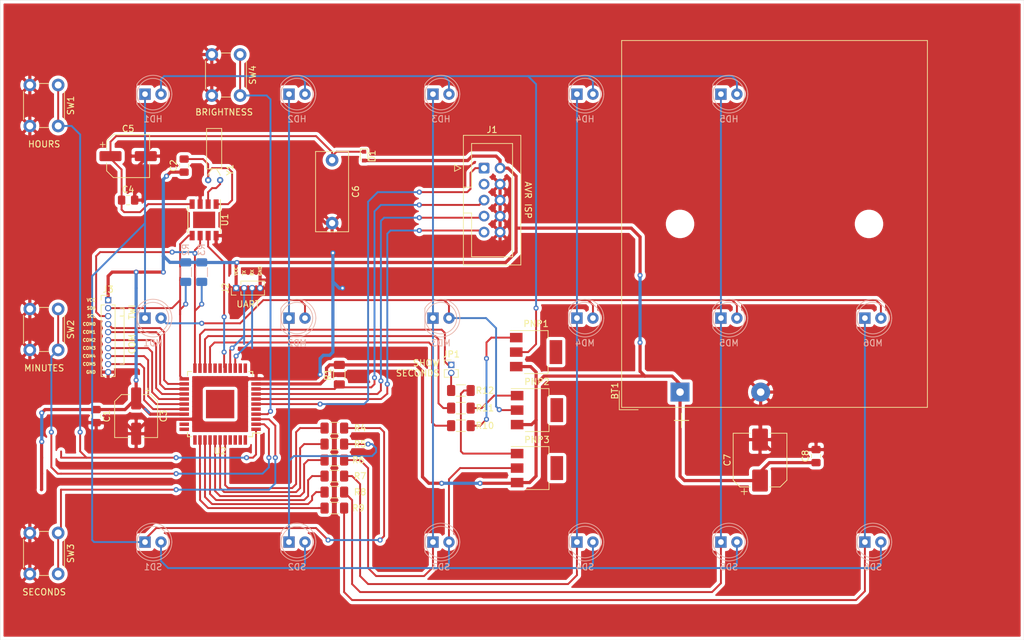
<source format=kicad_pcb>
(kicad_pcb (version 20171130) (host pcbnew 5.1.8)
  (layers (0 F.Cu signal) (31 B.Cu signal) (34 B.Paste user) (35 F.Paste user) (36 B.SilkS user) (37 F.SilkS user) (38 B.Mask user) (39 F.Mask user) (44 Edge.Cuts user))
  (net 0 "")
  (net 1 VCC)
  (net 2 GND)
  (net 3 "Net-(HD0-Pad1)")
  (net 4 "Net-(HD1-Pad1)")
  (net 5 "Net-(HD2-Pad1)")
  (net 6 "Net-(HD3-Pad1)")
  (net 7 "Net-(HD4-Pad1)")
  (net 8 /MOSI)
  (net 9 "Net-(J1-Pad3)")
  (net 10 /RST)
  (net 11 /SCK)
  (net 12 /MISO)
  (net 13 /HOUR_LED)
  (net 14 /MINUTE_LED)
  (net 15 /SECOND_LED)
  (net 16 /SDA)
  (net 17 /SCL)
  (net 18 /INC_HOUR)
  (net 19 /LED0)
  (net 20 /LED1)
  (net 21 /LED2)
  (net 22 /LED3)
  (net 23 /LED4)
  (net 24 /LED5)
  (net 25 /INC_MINUTE)
  (net 26 /INC_SECOND)
  (net 27 /RTC_INT)
  (net 28 "Net-(PNP1-Pad1)")
  (net 29 "Net-(PNP2-Pad1)")
  (net 30 "Net-(PNP3-Pad2)")
  (net 31 "Net-(PNP3-Pad1)")
  (net 32 /INC_BTNESS)
  (net 33 /RX)
  (net 34 /TX)
  (net 35 /COM5)
  (net 36 /COM4)
  (net 37 /COM3)
  (net 38 /COM2)
  (net 39 /COM1)
  (net 40 /COM0)
  (net 41 "Net-(C2-Pad2)")
  (net 42 "Net-(C4-Pad1)")
  (net 43 "Net-(HD1-Pad2)")
  (net 44 "Net-(HD5-Pad1)")
  (net 45 "Net-(JP1-Pad2)")
  (net 46 "Net-(MD1-Pad2)")
  (net 47 "Net-(MD6-Pad1)")
  (net 48 "Net-(U1-Pad2)")
  (net 49 "Net-(U2-Pad5)")
  (net 50 "Net-(U2-Pad12)")
  (net 51 "Net-(U2-Pad13)")
  (net 52 "Net-(U2-Pad17)")
  (net 53 "Net-(U2-Pad18)")
  (net 54 "Net-(U2-Pad32)")
  (net 55 "Net-(U2-Pad33)")
  (net 56 "Net-(U2-Pad34)")
  (module Connector_PinHeader_1.27mm:PinHeader_1x10_P1.27mm_Vertical (layer F.Cu) (at 83.185 103.505)
    (fp_text reference J3 (at 0 -1.695) (layer F.SilkS))
    (fp_text value COM/TWI)
    (pad 10 thru_hole oval (at 0 11.43) (size 1 1) (drill 0.65) (layers *.Cu *.Mask) (net 2 GND))
    (pad 9 thru_hole oval (at 0 10.16) (size 1 1) (drill 0.65) (layers *.Cu *.Mask) (net 35 /COM5))
    (pad 8 thru_hole oval (at 0 8.89) (size 1 1) (drill 0.65) (layers *.Cu *.Mask) (net 36 /COM4))
    (pad 7 thru_hole oval (at 0 7.62) (size 1 1) (drill 0.65) (layers *.Cu *.Mask) (net 37 /COM3))
    (pad 6 thru_hole oval (at 0 6.35) (size 1 1) (drill 0.65) (layers *.Cu *.Mask) (net 38 /COM2))
    (pad 5 thru_hole oval (at 0 5.08) (size 1 1) (drill 0.65) (layers *.Cu *.Mask) (net 39 /COM1))
    (pad 4 thru_hole oval (at 0 3.81) (size 1 1) (drill 0.65) (layers *.Cu *.Mask) (net 40 /COM0))
    (pad 3 thru_hole oval (at 0 2.54) (size 1 1) (drill 0.65) (layers *.Cu *.Mask) (net 17 /SCL))
    (pad 2 thru_hole oval (at 0 1.27) (size 1 1) (drill 0.65) (layers *.Cu *.Mask) (net 16 /SDA))
    (pad 1 thru_hole rect (at 0 0) (size 1 1) (drill 0.65) (layers *.Cu *.Mask) (net 1 VCC))
  )
  (module Connector_PinHeader_1.27mm:PinHeader_1x04_P1.27mm_Vertical (layer F.Cu) (at 103.505 101.6 90)
    (fp_text reference J2 (at 0 -1.695 90) (layer F.SilkS))
    (fp_text value UART)
    (pad 4 thru_hole oval (at 0 3.81 90) (size 1 1) (drill 0.65) (layers *.Cu *.Mask) (net 2 GND))
    (pad 3 thru_hole oval (at 0 2.54 90) (size 1 1) (drill 0.65) (layers *.Cu *.Mask) (net 33 /RX))
    (pad 2 thru_hole oval (at 0 1.27 90) (size 1 1) (drill 0.65) (layers *.Cu *.Mask) (net 34 /TX))
    (pad 1 thru_hole rect (at 0 0 90) (size 1 1) (drill 0.65) (layers *.Cu *.Mask) (net 1 VCC))
  )
  (module Button_Switch_THT:SW_PUSH_6mm (layer F.Cu) (at 104.14 64.516 270)
    (fp_text reference SW4 (at 3.25 -2 90) (layer F.SilkS))
    (fp_text value INC_BTNESS)
    (pad 1 thru_hole circle (at 6.5 0) (size 2 2) (drill 1.1) (layers *.Cu *.Mask) (net 32 /INC_BTNESS))
    (pad 2 thru_hole circle (at 6.5 4.5) (size 2 2) (drill 1.1) (layers *.Cu *.Mask) (net 2 GND))
    (pad 1 thru_hole circle (at 0 0) (size 2 2) (drill 1.1) (layers *.Cu *.Mask) (net 32 /INC_BTNESS))
    (pad 2 thru_hole circle (at 0 4.5) (size 2 2) (drill 1.1) (layers *.Cu *.Mask) (net 2 GND))
  )
  (module LED_THT:LED_D5.0mm (layer B.Cu) (at 89.04 106.36)
    (fp_text reference MD1 (at 1.27 3.96) (layer B.SilkS) (effects (justify mirror)))
    (fp_text value LED)
    (pad 1 thru_hole rect (at 0 0) (size 1.8 1.8) (drill 0.9) (layers *.Cu *.Mask) (net 4 "Net-(HD1-Pad1)"))
    (pad 2 thru_hole circle (at 2.54 0) (size 1.8 1.8) (drill 0.9) (layers *.Cu *.Mask) (net 46 "Net-(MD1-Pad2)"))
  )
  (module LED_THT:LED_D5.0mm (layer B.Cu) (at 134.76 106.36)
    (fp_text reference MD3 (at 1.27 3.96) (layer B.SilkS) (effects (justify mirror)))
    (fp_text value LED)
    (pad 1 thru_hole rect (at 0 0) (size 1.8 1.8) (drill 0.9) (layers *.Cu *.Mask) (net 6 "Net-(HD3-Pad1)"))
    (pad 2 thru_hole circle (at 2.54 0) (size 1.8 1.8) (drill 0.9) (layers *.Cu *.Mask) (net 46 "Net-(MD1-Pad2)"))
  )
  (module LED_THT:LED_D5.0mm (layer B.Cu) (at 157.62 70.8)
    (fp_text reference HD4 (at 1.27 3.96) (layer B.SilkS) (effects (justify mirror)))
    (fp_text value LED)
    (pad 1 thru_hole rect (at 0 0) (size 1.8 1.8) (drill 0.9) (layers *.Cu *.Mask) (net 7 "Net-(HD4-Pad1)"))
    (pad 2 thru_hole circle (at 2.54 0) (size 1.8 1.8) (drill 0.9) (layers *.Cu *.Mask) (net 43 "Net-(HD1-Pad2)"))
  )
  (module Connector_IDC:IDC-Header_2x05_P2.54mm_Vertical (layer F.Cu) (at 142.875 82.55)
    (fp_text reference J1 (at 1.27 -6.1) (layer F.SilkS))
    (fp_text value AVR-ISP-10)
    (pad 10 thru_hole circle (at 2.54 10.16) (size 1.7 1.7) (drill 1) (layers *.Cu *.Mask) (net 2 GND))
    (pad 8 thru_hole circle (at 2.54 7.62) (size 1.7 1.7) (drill 1) (layers *.Cu *.Mask) (net 2 GND))
    (pad 6 thru_hole circle (at 2.54 5.08) (size 1.7 1.7) (drill 1) (layers *.Cu *.Mask) (net 2 GND))
    (pad 4 thru_hole circle (at 2.54 2.54) (size 1.7 1.7) (drill 1) (layers *.Cu *.Mask) (net 2 GND))
    (pad 2 thru_hole circle (at 2.54 0) (size 1.7 1.7) (drill 1) (layers *.Cu *.Mask) (net 1 VCC))
    (pad 9 thru_hole circle (at 0 10.16) (size 1.7 1.7) (drill 1) (layers *.Cu *.Mask) (net 12 /MISO))
    (pad 7 thru_hole circle (at 0 7.62) (size 1.7 1.7) (drill 1) (layers *.Cu *.Mask) (net 11 /SCK))
    (pad 5 thru_hole circle (at 0 5.08) (size 1.7 1.7) (drill 1) (layers *.Cu *.Mask) (net 10 /RST))
    (pad 3 thru_hole circle (at 0 2.54) (size 1.7 1.7) (drill 1) (layers *.Cu *.Mask) (net 9 "Net-(J1-Pad3)"))
    (pad 1 thru_hole roundrect (at 0 0) (size 1.7 1.7) (drill 1) (layers *.Cu *.Mask) (roundrect_rratio 0.147059) (net 8 /MOSI))
  )
  (module Connector_PinHeader_1.27mm:PinHeader_1x02_P1.27mm_Vertical (layer F.Cu) (at 137.668 113.792)
    (fp_text reference JP1 (at 0 -1.695) (layer F.SilkS))
    (fp_text value S_EN)
    (pad 1 thru_hole rect (at 0 0) (size 1 1) (drill 0.65) (layers *.Cu *.Mask) (net 15 /SECOND_LED))
    (pad 2 thru_hole oval (at 0 1.27) (size 1 1) (drill 0.65) (layers *.Cu *.Mask) (net 45 "Net-(JP1-Pad2)"))
  )
  (module LED_THT:LED_D5.0mm (layer B.Cu) (at 180.48 106.36)
    (fp_text reference MD5 (at 1.27 3.96) (layer B.SilkS) (effects (justify mirror)))
    (fp_text value LED)
    (pad 1 thru_hole rect (at 0 0) (size 1.8 1.8) (drill 0.9) (layers *.Cu *.Mask) (net 44 "Net-(HD5-Pad1)"))
    (pad 2 thru_hole circle (at 2.54 0) (size 1.8 1.8) (drill 0.9) (layers *.Cu *.Mask) (net 46 "Net-(MD1-Pad2)"))
  )
  (module Package_TO_SOT_SMD:SOT-223 (layer F.Cu) (at 151.27 130.175)
    (fp_text reference PNP3 (at 0 -4.5) (layer F.SilkS))
    (fp_text value Q_PNP_BCE hide)
    (pad 4 smd rect (at 3.15 0) (size 2 3.8) (layers F.Cu F.Paste F.Mask))
    (pad 2 smd rect (at -3.15 0) (size 2 1.5) (layers F.Cu F.Paste F.Mask) (net 30 "Net-(PNP3-Pad2)"))
    (pad 3 smd rect (at -3.15 2.3) (size 2 1.5) (layers F.Cu F.Paste F.Mask) (net 1 VCC))
    (pad 1 smd rect (at -3.15 -2.3) (size 2 1.5) (layers F.Cu F.Paste F.Mask) (net 31 "Net-(PNP3-Pad1)"))
  )
  (module Resistor_SMD:R_1206_3216Metric_Pad1.30x1.75mm_HandSolder (layer F.Cu) (at 119.888 115.342 90)
    (fp_text reference R1 (at 0 -1.82 90) (layer F.SilkS))
    (fp_text value 10k hide)
    (pad 1 smd roundrect (at -1.55 0 90) (size 1.3 1.75) (layers F.Cu F.Paste F.Mask) (roundrect_rratio 0.192308) (net 10 /RST))
    (pad 2 smd roundrect (at 1.55 0 90) (size 1.3 1.75) (layers F.Cu F.Paste F.Mask) (roundrect_rratio 0.192308) (net 1 VCC))
  )
  (module Resistor_SMD:R_1206_3216Metric_Pad1.30x1.75mm_HandSolder (layer B.Cu) (at 95.504 99.06 90)
    (fp_text reference R2 (at 3.556 0 90) (layer B.SilkS) (effects (justify mirror)))
    (fp_text value 4k7 hide)
    (pad 1 smd roundrect (at -1.55 0 90) (size 1.3 1.75) (layers B.Cu B.Paste B.Mask) (roundrect_rratio 0.192308) (net 16 /SDA))
    (pad 2 smd roundrect (at 1.55 0 90) (size 1.3 1.75) (layers B.Cu B.Paste B.Mask) (roundrect_rratio 0.192308) (net 1 VCC))
  )
  (module Crystal:Crystal_DS26_D2.0mm_L6.0mm_Horizontal (layer F.Cu) (at 100.965 84.455 180)
    (fp_text reference Y1 (at -1.57 1.625 90) (layer F.SilkS))
    (fp_text value 32768hZ)
    (pad 1 thru_hole circle (at 0 0 180) (size 1 1) (drill 0.5) (layers *.Cu *.Mask) (net 48 "Net-(U1-Pad2)"))
    (pad 2 thru_hole circle (at 1.9 0 180) (size 1 1) (drill 0.5) (layers *.Cu *.Mask) (net 41 "Net-(C2-Pad2)"))
  )
  (module LED_THT:LED_D5.0mm (layer B.Cu) (at 157.62 141.92)
    (fp_text reference SD4 (at 1.27 3.96) (layer B.SilkS) (effects (justify mirror)))
    (fp_text value LED)
    (pad 1 thru_hole rect (at 0 0) (size 1.8 1.8) (drill 0.9) (layers *.Cu *.Mask) (net 7 "Net-(HD4-Pad1)"))
    (pad 2 thru_hole circle (at 2.54 0) (size 1.8 1.8) (drill 0.9) (layers *.Cu *.Mask) (net 30 "Net-(PNP3-Pad2)"))
  )
  (module Capacitor_SMD:CP_Elec_6.3x5.3 (layer F.Cu) (at 87.63 121.92 270)
    (fp_text reference C3 (at 0 -4.35 90) (layer F.SilkS))
    (fp_text value 22u hide)
    (pad 2 smd roundrect (at 2.8 0 270) (size 3.5 1.6) (layers F.Cu F.Paste F.Mask) (roundrect_rratio 0.15625) (net 2 GND))
    (pad 1 smd roundrect (at -2.8 0 270) (size 3.5 1.6) (layers F.Cu F.Paste F.Mask) (roundrect_rratio 0.15625) (net 1 VCC))
  )
  (module Battery:BatteryHolder_TruPower_BH-331P_3xAA (layer F.Cu) (at 173.99 118.11 90)
    (fp_text reference BT1 (at 0.2 -10.35 90) (layer F.SilkS))
    (fp_text value 3x1.5V)
    (fp_text user + (at -4.5 0 90) (layer F.SilkS) (effects (font (size 3 3))))
    (pad 1 thru_hole rect (at 0 0 90) (size 3 3) (drill 1.2) (layers *.Cu *.Mask) (net 1 VCC))
    (pad 2 thru_hole circle (at 0 12.8 90) (size 3 3) (drill 1.2) (layers *.Cu *.Mask) (net 2 GND))
    (pad "" np_thru_hole circle (at 26.7 0 90) (size 3.5 3.5) (drill 3.5) (layers *.Cu *.Mask))
    (pad "" np_thru_hole circle (at 26.7 30 90) (size 3.5 3.5) (drill 3.5) (layers *.Cu *.Mask))
  )
  (module LED_THT:LED_D5.0mm (layer B.Cu) (at 134.76 70.8)
    (fp_text reference HD3 (at 1.27 3.96) (layer B.SilkS) (effects (justify mirror)))
    (fp_text value LED)
    (pad 2 thru_hole circle (at 2.54 0) (size 1.8 1.8) (drill 0.9) (layers *.Cu *.Mask) (net 43 "Net-(HD1-Pad2)"))
    (pad 1 thru_hole rect (at 0 0) (size 1.8 1.8) (drill 0.9) (layers *.Cu *.Mask) (net 6 "Net-(HD3-Pad1)"))
  )
  (module LED_THT:LED_D5.0mm (layer B.Cu) (at 134.76 141.92)
    (fp_text reference SD3 (at 1.27 3.96) (layer B.SilkS) (effects (justify mirror)))
    (fp_text value LED)
    (pad 2 thru_hole circle (at 2.54 0) (size 1.8 1.8) (drill 0.9) (layers *.Cu *.Mask) (net 30 "Net-(PNP3-Pad2)"))
    (pad 1 thru_hole rect (at 0 0) (size 1.8 1.8) (drill 0.9) (layers *.Cu *.Mask) (net 6 "Net-(HD3-Pad1)"))
  )
  (module LED_THT:LED_D5.0mm (layer B.Cu) (at 180.48 70.8)
    (fp_text reference HD5 (at 1.27 3.96) (layer B.SilkS) (effects (justify mirror)))
    (fp_text value LED)
    (pad 2 thru_hole circle (at 2.54 0) (size 1.8 1.8) (drill 0.9) (layers *.Cu *.Mask) (net 43 "Net-(HD1-Pad2)"))
    (pad 1 thru_hole rect (at 0 0) (size 1.8 1.8) (drill 0.9) (layers *.Cu *.Mask) (net 44 "Net-(HD5-Pad1)"))
  )
  (module LED_THT:LED_D5.0mm (layer B.Cu) (at 111.9 70.8)
    (fp_text reference HD2 (at 1.27 3.96) (layer B.SilkS) (effects (justify mirror)))
    (fp_text value LED)
    (pad 1 thru_hole rect (at 0 0) (size 1.8 1.8) (drill 0.9) (layers *.Cu *.Mask) (net 5 "Net-(HD2-Pad1)"))
    (pad 2 thru_hole circle (at 2.54 0) (size 1.8 1.8) (drill 0.9) (layers *.Cu *.Mask) (net 43 "Net-(HD1-Pad2)"))
  )
  (module Resistor_SMD:R_1206_3216Metric_Pad1.30x1.75mm_HandSolder (layer F.Cu) (at 119.1 136.525 180)
    (fp_text reference R9 (at -3.81 0) (layer F.SilkS))
    (fp_text value 56R hide)
    (pad 2 smd roundrect (at 1.55 0 180) (size 1.3 1.75) (layers F.Cu F.Paste F.Mask) (roundrect_rratio 0.192308) (net 24 /LED5))
    (pad 1 smd roundrect (at -1.55 0 180) (size 1.3 1.75) (layers F.Cu F.Paste F.Mask) (roundrect_rratio 0.192308) (net 47 "Net-(MD6-Pad1)"))
  )
  (module Diode_SMD:D_SOD-523 (layer F.Cu) (at 123.825 80.645 270)
    (fp_text reference D1 (at 0 -1.3 90) (layer F.SilkS))
    (fp_text value D_Schottky)
    (pad 1 smd rect (at -0.7 0 90) (size 0.6 0.7) (layers F.Cu F.Paste F.Mask) (net 42 "Net-(C4-Pad1)"))
    (pad 2 smd rect (at 0.7 0 90) (size 0.6 0.7) (layers F.Cu F.Paste F.Mask) (net 1 VCC))
  )
  (module Package_TO_SOT_SMD:SOT-223 (layer F.Cu) (at 151.13 111.76)
    (fp_text reference PNP1 (at 0 -4.5) (layer F.SilkS))
    (fp_text value Q_PNP_BCE hide)
    (pad 4 smd rect (at 3.15 0) (size 2 3.8) (layers F.Cu F.Paste F.Mask))
    (pad 2 smd rect (at -3.15 0) (size 2 1.5) (layers F.Cu F.Paste F.Mask) (net 43 "Net-(HD1-Pad2)"))
    (pad 3 smd rect (at -3.15 2.3) (size 2 1.5) (layers F.Cu F.Paste F.Mask) (net 1 VCC))
    (pad 1 smd rect (at -3.15 -2.3) (size 2 1.5) (layers F.Cu F.Paste F.Mask) (net 28 "Net-(PNP1-Pad1)"))
  )
  (module Resistor_SMD:R_1206_3216Metric_Pad1.30x1.75mm_HandSolder (layer B.Cu) (at 98.044 99.06 90)
    (fp_text reference R3 (at 3.556 0 90) (layer B.SilkS) (effects (justify mirror)))
    (fp_text value 4k7 hide)
    (pad 2 smd roundrect (at 1.55 0 90) (size 1.3 1.75) (layers B.Cu B.Paste B.Mask) (roundrect_rratio 0.192308) (net 1 VCC))
    (pad 1 smd roundrect (at -1.55 0 90) (size 1.3 1.75) (layers B.Cu B.Paste B.Mask) (roundrect_rratio 0.192308) (net 17 /SCL))
  )
  (module Package_SO:Diodes_SO-8EP (layer F.Cu) (at 98.425 90.7625 270)
    (fp_text reference U1 (at 0 -3.3 90) (layer F.SilkS))
    (fp_text value PCF8583P)
    (pad 1 smd rect (at -2.4975 -1.905 270) (size 1.505 0.802) (layers F.Cu F.Paste F.Mask) (net 41 "Net-(C2-Pad2)"))
    (pad 2 smd rect (at -2.4975 -0.635 270) (size 1.505 0.802) (layers F.Cu F.Paste F.Mask) (net 48 "Net-(U1-Pad2)"))
    (pad 3 smd rect (at -2.4975 0.635 270) (size 1.505 0.802) (layers F.Cu F.Paste F.Mask) (net 2 GND))
    (pad 4 smd rect (at -2.4975 1.905 270) (size 1.505 0.802) (layers F.Cu F.Paste F.Mask) (net 42 "Net-(C4-Pad1)"))
    (pad 5 smd rect (at 2.4975 1.905 270) (size 1.505 0.802) (layers F.Cu F.Paste F.Mask) (net 16 /SDA))
    (pad 6 smd rect (at 2.4975 0.635 270) (size 1.505 0.802) (layers F.Cu F.Paste F.Mask) (net 17 /SCL))
    (pad 7 smd rect (at 2.4975 -0.635 270) (size 1.505 0.802) (layers F.Cu F.Paste F.Mask) (net 27 /RTC_INT))
    (pad 8 smd rect (at 2.4975 -1.905 270) (size 1.505 0.802) (layers F.Cu F.Paste F.Mask) (net 2 GND))
    (pad 9 smd rect (at 0 0 270) (size 2.613 3.502) (layers F.Cu F.Paste F.Mask))
  )
  (module LED_THT:LED_D5.0mm (layer B.Cu) (at 157.62 106.36)
    (fp_text reference MD4 (at 1.27 3.96) (layer B.SilkS) (effects (justify mirror)))
    (fp_text value LED)
    (pad 2 thru_hole circle (at 2.54 0) (size 1.8 1.8) (drill 0.9) (layers *.Cu *.Mask) (net 46 "Net-(MD1-Pad2)"))
    (pad 1 thru_hole rect (at 0 0) (size 1.8 1.8) (drill 0.9) (layers *.Cu *.Mask) (net 7 "Net-(HD4-Pad1)"))
  )
  (module Capacitor_SMD:CP_Elec_8x10 (layer F.Cu) (at 186.69 128.905 90)
    (fp_text reference C7 (at 0 -5.2 90) (layer F.SilkS))
    (fp_text value 470u hide)
    (pad 2 smd roundrect (at 3.25 0 90) (size 3.5 2.5) (layers F.Cu F.Paste F.Mask) (roundrect_rratio 0.1) (net 2 GND))
    (pad 1 smd roundrect (at -3.25 0 90) (size 3.5 2.5) (layers F.Cu F.Paste F.Mask) (roundrect_rratio 0.1) (net 1 VCC))
  )
  (module LED_THT:LED_D5.0mm (layer B.Cu) (at 180.48 141.92)
    (fp_text reference SD5 (at 1.27 3.96) (layer B.SilkS) (effects (justify mirror)))
    (fp_text value LED)
    (pad 2 thru_hole circle (at 2.54 0) (size 1.8 1.8) (drill 0.9) (layers *.Cu *.Mask) (net 30 "Net-(PNP3-Pad2)"))
    (pad 1 thru_hole rect (at 0 0) (size 1.8 1.8) (drill 0.9) (layers *.Cu *.Mask) (net 44 "Net-(HD5-Pad1)"))
  )
  (module Resistor_SMD:R_1206_3216Metric_Pad1.30x1.75mm_HandSolder (layer F.Cu) (at 119.1 128.905 180)
    (fp_text reference R6 (at -3.81 0) (layer F.SilkS))
    (fp_text value 56R hide)
    (pad 1 smd roundrect (at -1.55 0 180) (size 1.3 1.75) (layers F.Cu F.Paste F.Mask) (roundrect_rratio 0.192308) (net 6 "Net-(HD3-Pad1)"))
    (pad 2 smd roundrect (at 1.55 0 180) (size 1.3 1.75) (layers F.Cu F.Paste F.Mask) (roundrect_rratio 0.192308) (net 21 /LED2))
  )
  (module Resistor_SMD:R_1206_3216Metric_Pad1.30x1.75mm_HandSolder (layer F.Cu) (at 139.192 123.444 180)
    (fp_text reference R10 (at -3.81 0) (layer F.SilkS))
    (fp_text value 2k2 hide)
    (pad 2 smd roundrect (at 1.55 0 180) (size 1.3 1.75) (layers F.Cu F.Paste F.Mask) (roundrect_rratio 0.192308) (net 13 /HOUR_LED))
    (pad 1 smd roundrect (at -1.55 0 180) (size 1.3 1.75) (layers F.Cu F.Paste F.Mask) (roundrect_rratio 0.192308) (net 28 "Net-(PNP1-Pad1)"))
  )
  (module Package_QFP:TQFP-44-1EP_10x10mm_P0.8mm_EP4.5x4.5mm (layer F.Cu) (at 100.965 120.015 180)
    (fp_text reference U2 (at 0 -7.45) (layer F.SilkS))
    (fp_text value ATmega32A-PU)
    (pad 1 smd rect (at -5.7 -4 180) (size 1.5 0.55) (layers F.Cu F.Paste F.Mask) (net 18 /INC_HOUR))
    (pad 2 smd rect (at -5.7 -3.2 180) (size 1.5 0.55) (layers F.Cu F.Paste F.Mask) (net 25 /INC_MINUTE))
    (pad 3 smd rect (at -5.7 -2.4 180) (size 1.5 0.55) (layers F.Cu F.Paste F.Mask) (net 26 /INC_SECOND))
    (pad 4 smd rect (at -5.7 -1.6 180) (size 1.5 0.55) (layers F.Cu F.Paste F.Mask) (net 32 /INC_BTNESS))
    (pad 5 smd rect (at -5.7 -0.8 180) (size 1.5 0.55) (layers F.Cu F.Paste F.Mask) (net 49 "Net-(U2-Pad5)"))
    (pad 6 smd rect (at -5.7 0 180) (size 1.5 0.55) (layers F.Cu F.Paste F.Mask) (net 8 /MOSI))
    (pad 7 smd rect (at -5.7 0.8 180) (size 1.5 0.55) (layers F.Cu F.Paste F.Mask) (net 12 /MISO))
    (pad 8 smd rect (at -5.7 1.6 180) (size 1.5 0.55) (layers F.Cu F.Paste F.Mask) (net 11 /SCK))
    (pad 9 smd rect (at -5.7 2.4 180) (size 1.5 0.55) (layers F.Cu F.Paste F.Mask) (net 10 /RST))
    (pad 10 smd rect (at -5.7 3.2 180) (size 1.5 0.55) (layers F.Cu F.Paste F.Mask) (net 1 VCC))
    (pad 11 smd rect (at -5.7 4 180) (size 1.5 0.55) (layers F.Cu F.Paste F.Mask) (net 2 GND))
    (pad 12 smd rect (at -4 5.7 270) (size 1.5 0.55) (layers F.Cu F.Paste F.Mask) (net 50 "Net-(U2-Pad12)"))
    (pad 13 smd rect (at -3.2 5.7 270) (size 1.5 0.55) (layers F.Cu F.Paste F.Mask) (net 51 "Net-(U2-Pad13)"))
    (pad 14 smd rect (at -2.4 5.7 270) (size 1.5 0.55) (layers F.Cu F.Paste F.Mask) (net 33 /RX))
    (pad 15 smd rect (at -1.6 5.7 270) (size 1.5 0.55) (layers F.Cu F.Paste F.Mask) (net 34 /TX))
    (pad 16 smd rect (at -0.8 5.7 270) (size 1.5 0.55) (layers F.Cu F.Paste F.Mask) (net 27 /RTC_INT))
    (pad 17 smd rect (at 0 5.7 270) (size 1.5 0.55) (layers F.Cu F.Paste F.Mask) (net 52 "Net-(U2-Pad17)"))
    (pad 18 smd rect (at 0.8 5.7 270) (size 1.5 0.55) (layers F.Cu F.Paste F.Mask) (net 53 "Net-(U2-Pad18)"))
    (pad 19 smd rect (at 1.6 5.7 270) (size 1.5 0.55) (layers F.Cu F.Paste F.Mask) (net 13 /HOUR_LED))
    (pad 20 smd rect (at 2.4 5.7 270) (size 1.5 0.55) (layers F.Cu F.Paste F.Mask) (net 14 /MINUTE_LED))
    (pad 21 smd rect (at 3.2 5.7 270) (size 1.5 0.55) (layers F.Cu F.Paste F.Mask) (net 15 /SECOND_LED))
    (pad 22 smd rect (at 4 5.7 270) (size 1.5 0.55) (layers F.Cu F.Paste F.Mask) (net 17 /SCL))
    (pad 23 smd rect (at 5.7 4 180) (size 1.5 0.55) (layers F.Cu F.Paste F.Mask) (net 16 /SDA))
    (pad 24 smd rect (at 5.7 3.2 180) (size 1.5 0.55) (layers F.Cu F.Paste F.Mask) (net 40 /COM0))
    (pad 25 smd rect (at 5.7 2.4 180) (size 1.5 0.55) (layers F.Cu F.Paste F.Mask) (net 39 /COM1))
    (pad 26 smd rect (at 5.7 1.6 180) (size 1.5 0.55) (layers F.Cu F.Paste F.Mask) (net 38 /COM2))
    (pad 27 smd rect (at 5.7 0.8 180) (size 1.5 0.55) (layers F.Cu F.Paste F.Mask) (net 37 /COM3))
    (pad 28 smd rect (at 5.7 0 180) (size 1.5 0.55) (layers F.Cu F.Paste F.Mask) (net 36 /COM4))
    (pad 29 smd rect (at 5.7 -0.8 180) (size 1.5 0.55) (layers F.Cu F.Paste F.Mask) (net 35 /COM5))
    (pad 30 smd rect (at 5.7 -1.6 180) (size 1.5 0.55) (layers F.Cu F.Paste F.Mask) (net 1 VCC))
    (pad 31 smd rect (at 5.7 -2.4 180) (size 1.5 0.55) (layers F.Cu F.Paste F.Mask) (net 2 GND))
    (pad 32 smd rect (at 5.7 -3.2 180) (size 1.5 0.55) (layers F.Cu F.Paste F.Mask) (net 54 "Net-(U2-Pad32)"))
    (pad 33 smd rect (at 5.7 -4 180) (size 1.5 0.55) (layers F.Cu F.Paste F.Mask) (net 55 "Net-(U2-Pad33)"))
    (pad 34 smd rect (at 4 -5.7 270) (size 1.5 0.55) (layers F.Cu F.Paste F.Mask) (net 56 "Net-(U2-Pad34)"))
    (pad 35 smd rect (at 3.2 -5.7 270) (size 1.5 0.55) (layers F.Cu F.Paste F.Mask) (net 24 /LED5))
    (pad 36 smd rect (at 2.4 -5.7 270) (size 1.5 0.55) (layers F.Cu F.Paste F.Mask) (net 23 /LED4))
    (pad 37 smd rect (at 1.6 -5.7 270) (size 1.5 0.55) (layers F.Cu F.Paste F.Mask) (net 22 /LED3))
    (pad 38 smd rect (at 0.8 -5.7 270) (size 1.5 0.55) (layers F.Cu F.Paste F.Mask) (net 21 /LED2))
    (pad 39 smd rect (at 0 -5.7 270) (size 1.5 0.55) (layers F.Cu F.Paste F.Mask) (net 20 /LED1))
    (pad 40 smd rect (at -0.8 -5.7 270) (size 1.5 0.55) (layers F.Cu F.Paste F.Mask) (net 19 /LED0))
    (pad 41 smd rect (at -1.6 -5.7 270) (size 1.5 0.55) (layers F.Cu F.Paste F.Mask))
    (pad 42 smd rect (at -2.4 -5.7 270) (size 1.5 0.55) (layers F.Cu F.Paste F.Mask))
    (pad 43 smd rect (at -3.2 -5.7 270) (size 1.5 0.55) (layers F.Cu F.Paste F.Mask))
    (pad 44 smd rect (at -4 -5.7 270) (size 1.5 0.55) (layers F.Cu F.Paste F.Mask))
    (pad 45 smd rect (at 0 0 180) (size 4.5 4.5) (layers F.Cu F.Mask))
  )
  (module Resistor_SMD:R_1206_3216Metric_Pad1.30x1.75mm_HandSolder (layer F.Cu) (at 139.192 117.856 180)
    (fp_text reference R12 (at -3.81 0) (layer F.SilkS))
    (fp_text value 2k2 hide)
    (pad 1 smd roundrect (at -1.55 0 180) (size 1.3 1.75) (layers F.Cu F.Paste F.Mask) (roundrect_rratio 0.192308) (net 31 "Net-(PNP3-Pad1)"))
    (pad 2 smd roundrect (at 1.55 0 180) (size 1.3 1.75) (layers F.Cu F.Paste F.Mask) (roundrect_rratio 0.192308) (net 45 "Net-(JP1-Pad2)"))
  )
  (module Resistor_SMD:R_1206_3216Metric_Pad1.30x1.75mm_HandSolder (layer F.Cu) (at 139.192 120.65 180)
    (fp_text reference R11 (at -3.81 0) (layer F.SilkS))
    (fp_text value 2k2 hide)
    (pad 2 smd roundrect (at 1.55 0 180) (size 1.3 1.75) (layers F.Cu F.Paste F.Mask) (roundrect_rratio 0.192308) (net 14 /MINUTE_LED))
    (pad 1 smd roundrect (at -1.55 0 180) (size 1.3 1.75) (layers F.Cu F.Paste F.Mask) (roundrect_rratio 0.192308) (net 29 "Net-(PNP2-Pad1)"))
  )
  (module Capacitor_SMD:C_0805_2012Metric_Pad1.18x1.45mm_HandSolder (layer F.Cu) (at 195.58 128.27 90)
    (fp_text reference C8 (at 0 -1.68 90) (layer F.SilkS))
    (fp_text value 100n hide)
    (pad 1 smd roundrect (at -1.0375 0 90) (size 1.175 1.45) (layers F.Cu F.Paste F.Mask) (roundrect_rratio 0.212766) (net 1 VCC))
    (pad 2 smd roundrect (at 1.0375 0 90) (size 1.175 1.45) (layers F.Cu F.Paste F.Mask) (roundrect_rratio 0.212766) (net 2 GND))
  )
  (module LED_THT:LED_D5.0mm (layer B.Cu) (at 89.04 70.8)
    (fp_text reference HD1 (at 1.27 3.96) (layer B.SilkS) (effects (justify mirror)))
    (fp_text value LED)
    (pad 2 thru_hole circle (at 2.54 0) (size 1.8 1.8) (drill 0.9) (layers *.Cu *.Mask) (net 43 "Net-(HD1-Pad2)"))
    (pad 1 thru_hole rect (at 0 0) (size 1.8 1.8) (drill 0.9) (layers *.Cu *.Mask) (net 4 "Net-(HD1-Pad1)"))
  )
  (module Capacitor_THT:C_Disc_D12.5mm_W5.0mm_P10.00mm (layer F.Cu) (at 118.745 81.28 270)
    (fp_text reference C6 (at 5 -3.75 90) (layer F.SilkS))
    (fp_text value 0.1-1F)
    (pad 2 thru_hole circle (at 10 0 270) (size 2 2) (drill 1) (layers *.Cu *.Mask) (net 2 GND))
    (pad 1 thru_hole circle (at 0 0 270) (size 2 2) (drill 1) (layers *.Cu *.Mask) (net 42 "Net-(C4-Pad1)"))
  )
  (module Package_TO_SOT_SMD:SOT-223 (layer F.Cu) (at 151.27 120.97)
    (fp_text reference PNP2 (at 0 -4.5) (layer F.SilkS))
    (fp_text value Q_PNP_BCE hide)
    (pad 1 smd rect (at -3.15 -2.3) (size 2 1.5) (layers F.Cu F.Paste F.Mask) (net 29 "Net-(PNP2-Pad1)"))
    (pad 3 smd rect (at -3.15 2.3) (size 2 1.5) (layers F.Cu F.Paste F.Mask) (net 1 VCC))
    (pad 2 smd rect (at -3.15 0) (size 2 1.5) (layers F.Cu F.Paste F.Mask) (net 46 "Net-(MD1-Pad2)"))
    (pad 4 smd rect (at 3.15 0) (size 2 3.8) (layers F.Cu F.Paste F.Mask))
  )
  (module LED_THT:LED_D5.0mm (layer B.Cu) (at 111.9 141.92)
    (fp_text reference SD2 (at 1.27 3.96) (layer B.SilkS) (effects (justify mirror)))
    (fp_text value LED)
    (pad 1 thru_hole rect (at 0 0) (size 1.8 1.8) (drill 0.9) (layers *.Cu *.Mask) (net 5 "Net-(HD2-Pad1)"))
    (pad 2 thru_hole circle (at 2.54 0) (size 1.8 1.8) (drill 0.9) (layers *.Cu *.Mask) (net 30 "Net-(PNP3-Pad2)"))
  )
  (module LED_THT:LED_D5.0mm (layer B.Cu) (at 89.04 141.92)
    (fp_text reference SD1 (at 1.27 3.96) (layer B.SilkS) (effects (justify mirror)))
    (fp_text value LED)
    (pad 2 thru_hole circle (at 2.54 0) (size 1.8 1.8) (drill 0.9) (layers *.Cu *.Mask) (net 30 "Net-(PNP3-Pad2)"))
    (pad 1 thru_hole rect (at 0 0) (size 1.8 1.8) (drill 0.9) (layers *.Cu *.Mask) (net 4 "Net-(HD1-Pad1)"))
  )
  (module LED_THT:LED_D5.0mm (layer B.Cu) (at 111.9 106.36)
    (fp_text reference MD2 (at 1.27 3.96) (layer B.SilkS) (effects (justify mirror)))
    (fp_text value LED)
    (pad 2 thru_hole circle (at 2.54 0) (size 1.8 1.8) (drill 0.9) (layers *.Cu *.Mask) (net 46 "Net-(MD1-Pad2)"))
    (pad 1 thru_hole rect (at 0 0) (size 1.8 1.8) (drill 0.9) (layers *.Cu *.Mask) (net 5 "Net-(HD2-Pad1)"))
  )
  (module Capacitor_SMD:C_0805_2012Metric_Pad1.18x1.45mm_HandSolder (layer F.Cu) (at 86.36 87.63)
    (fp_text reference C4 (at 0 -1.68) (layer F.SilkS))
    (fp_text value 22p hide)
    (pad 2 smd roundrect (at 1.0375 0) (size 1.175 1.45) (layers F.Cu F.Paste F.Mask) (roundrect_rratio 0.212766) (net 2 GND))
    (pad 1 smd roundrect (at -1.0375 0) (size 1.175 1.45) (layers F.Cu F.Paste F.Mask) (roundrect_rratio 0.212766) (net 42 "Net-(C4-Pad1)"))
  )
  (module Capacitor_SMD:CP_Elec_6.3x5.3 (layer F.Cu) (at 86.36 80.645)
    (fp_text reference C5 (at 0 -4.35) (layer F.SilkS))
    (fp_text value 47u hide)
    (pad 1 smd roundrect (at -2.8 0) (size 3.5 1.6) (layers F.Cu F.Paste F.Mask) (roundrect_rratio 0.15625) (net 42 "Net-(C4-Pad1)"))
    (pad 2 smd roundrect (at 2.8 0) (size 3.5 1.6) (layers F.Cu F.Paste F.Mask) (roundrect_rratio 0.15625) (net 2 GND))
  )
  (module Resistor_SMD:R_1206_3216Metric_Pad1.30x1.75mm_HandSolder (layer F.Cu) (at 119.1 133.985 180)
    (fp_text reference R8 (at -4.09 0) (layer F.SilkS))
    (fp_text value 56R hide)
    (pad 1 smd roundrect (at -1.55 0 180) (size 1.3 1.75) (layers F.Cu F.Paste F.Mask) (roundrect_rratio 0.192308) (net 44 "Net-(HD5-Pad1)"))
    (pad 2 smd roundrect (at 1.55 0 180) (size 1.3 1.75) (layers F.Cu F.Paste F.Mask) (roundrect_rratio 0.192308) (net 23 /LED4))
  )
  (module Capacitor_SMD:C_0805_2012Metric_Pad1.18x1.45mm_HandSolder (layer F.Cu) (at 81.28 121.92 270)
    (fp_text reference C1 (at 0 -1.68 90) (layer F.SilkS))
    (fp_text value 100n hide)
    (pad 1 smd roundrect (at -1.0375 0 270) (size 1.175 1.45) (layers F.Cu F.Paste F.Mask) (roundrect_rratio 0.212766) (net 1 VCC))
    (pad 2 smd roundrect (at 1.0375 0 270) (size 1.175 1.45) (layers F.Cu F.Paste F.Mask) (roundrect_rratio 0.212766) (net 2 GND))
  )
  (module LED_THT:LED_D5.0mm (layer B.Cu) (at 203.34 106.36)
    (fp_text reference MD6 (at 1.27 3.96) (layer B.SilkS) (effects (justify mirror)))
    (fp_text value LED)
    (pad 2 thru_hole circle (at 2.54 0) (size 1.8 1.8) (drill 0.9) (layers *.Cu *.Mask) (net 46 "Net-(MD1-Pad2)"))
    (pad 1 thru_hole rect (at 0 0) (size 1.8 1.8) (drill 0.9) (layers *.Cu *.Mask) (net 47 "Net-(MD6-Pad1)"))
  )
  (module Capacitor_SMD:C_0805_2012Metric_Pad1.18x1.45mm_HandSolder (layer F.Cu) (at 95.25 82.1475 90)
    (fp_text reference C2 (at 0 -1.68 90) (layer F.SilkS))
    (fp_text value 22p hide)
    (pad 2 smd roundrect (at 1.0375 0 90) (size 1.175 1.45) (layers F.Cu F.Paste F.Mask) (roundrect_rratio 0.212766) (net 41 "Net-(C2-Pad2)"))
    (pad 1 smd roundrect (at -1.0375 0 90) (size 1.175 1.45) (layers F.Cu F.Paste F.Mask) (roundrect_rratio 0.212766) (net 1 VCC))
  )
  (module Resistor_SMD:R_1206_3216Metric_Pad1.30x1.75mm_HandSolder (layer F.Cu) (at 119.1 126.365 180)
    (fp_text reference R5 (at -4.09 0) (layer F.SilkS))
    (fp_text value 56R hide)
    (pad 1 smd roundrect (at -1.55 0 180) (size 1.3 1.75) (layers F.Cu F.Paste F.Mask) (roundrect_rratio 0.192308) (net 5 "Net-(HD2-Pad1)"))
    (pad 2 smd roundrect (at 1.55 0 180) (size 1.3 1.75) (layers F.Cu F.Paste F.Mask) (roundrect_rratio 0.192308) (net 20 /LED1))
  )
  (module Resistor_SMD:R_1206_3216Metric_Pad1.30x1.75mm_HandSolder (layer F.Cu) (at 119.1 123.825 180)
    (fp_text reference R4 (at -4.09 0) (layer F.SilkS))
    (fp_text value 56R hide)
    (pad 1 smd roundrect (at -1.55 0 180) (size 1.3 1.75) (layers F.Cu F.Paste F.Mask) (roundrect_rratio 0.192308) (net 4 "Net-(HD1-Pad1)"))
    (pad 2 smd roundrect (at 1.55 0 180) (size 1.3 1.75) (layers F.Cu F.Paste F.Mask) (roundrect_rratio 0.192308) (net 19 /LED0))
  )
  (module Resistor_SMD:R_1206_3216Metric_Pad1.30x1.75mm_HandSolder (layer F.Cu) (at 119.1 131.445 180)
    (fp_text reference R7 (at -4.09 0) (layer F.SilkS))
    (fp_text value 56R hide)
    (pad 2 smd roundrect (at 1.55 0 180) (size 1.3 1.75) (layers F.Cu F.Paste F.Mask) (roundrect_rratio 0.192308) (net 22 /LED3))
    (pad 1 smd roundrect (at -1.55 0 180) (size 1.3 1.75) (layers F.Cu F.Paste F.Mask) (roundrect_rratio 0.192308) (net 7 "Net-(HD4-Pad1)"))
  )
  (module LED_THT:LED_D5.0mm (layer B.Cu) (at 203.34 141.92)
    (fp_text reference SD6 (at 1.27 3.96) (layer B.SilkS) (effects (justify mirror)))
    (fp_text value LED)
    (pad 2 thru_hole circle (at 2.54 0) (size 1.8 1.8) (drill 0.9) (layers *.Cu *.Mask) (net 30 "Net-(PNP3-Pad2)"))
    (pad 1 thru_hole rect (at 0 0) (size 1.8 1.8) (drill 0.9) (layers *.Cu *.Mask) (net 47 "Net-(MD6-Pad1)"))
  )
  (module Button_Switch_THT:SW_PUSH_6mm (layer F.Cu) (at 75.25 69.355 270)
    (fp_text reference SW1 (at 3.25 -2 90) (layer F.SilkS))
    (fp_text value INC_HOUR)
    (pad 1 thru_hole circle (at 6.5 0) (size 2 2) (drill 1.1) (layers *.Cu *.Mask) (net 18 /INC_HOUR))
    (pad 2 thru_hole circle (at 6.5 4.5) (size 2 2) (drill 1.1) (layers *.Cu *.Mask) (net 2 GND))
    (pad 1 thru_hole circle (at 0 0) (size 2 2) (drill 1.1) (layers *.Cu *.Mask) (net 18 /INC_HOUR))
    (pad 2 thru_hole circle (at 0 4.5) (size 2 2) (drill 1.1) (layers *.Cu *.Mask) (net 2 GND))
  )
  (module Button_Switch_THT:SW_PUSH_6mm (layer F.Cu) (at 75.25 104.915 270)
    (fp_text reference SW2 (at 3.25 -2 90) (layer F.SilkS))
    (fp_text value INC_MINUTE)
    (pad 2 thru_hole circle (at 0 4.5) (size 2 2) (drill 1.1) (layers *.Cu *.Mask) (net 2 GND))
    (pad 1 thru_hole circle (at 0 0) (size 2 2) (drill 1.1) (layers *.Cu *.Mask) (net 25 /INC_MINUTE))
    (pad 2 thru_hole circle (at 6.5 4.5) (size 2 2) (drill 1.1) (layers *.Cu *.Mask) (net 2 GND))
    (pad 1 thru_hole circle (at 6.5 0) (size 2 2) (drill 1.1) (layers *.Cu *.Mask) (net 25 /INC_MINUTE))
  )
  (module Button_Switch_THT:SW_PUSH_6mm (layer F.Cu) (at 75.25 140.475 270)
    (fp_text reference SW3 (at 3.25 -2 90) (layer F.SilkS))
    (fp_text value INC_SECOND)
    (pad 2 thru_hole circle (at 0 4.5) (size 2 2) (drill 1.1) (layers *.Cu *.Mask) (net 2 GND))
    (pad 1 thru_hole circle (at 0 0) (size 2 2) (drill 1.1) (layers *.Cu *.Mask) (net 26 /INC_SECOND))
    (pad 2 thru_hole circle (at 6.5 4.5) (size 2 2) (drill 1.1) (layers *.Cu *.Mask) (net 2 GND))
    (pad 1 thru_hole circle (at 6.5 0) (size 2 2) (drill 1.1) (layers *.Cu *.Mask) (net 26 /INC_SECOND))
  )
  (gr_line (start 85.725 113.665) (end 85.09 113.665) (layer F.SilkS) (width 0.12))
  (gr_line (start 85.725 106.045) (end 85.725 113.665) (layer F.SilkS) (width 0.12))
  (gr_line (start 85.09 106.045) (end 85.725 106.045) (layer F.SilkS) (width 0.12))
  (gr_text TWI (at 86.995 105.41 90) (layer F.SilkS) (effects (font (size 1 1))))
  (gr_line (start 85.725 104.775) (end 85.09 104.775) (layer F.SilkS) (width 0.12))
  (gr_line (start 85.725 106.045) (end 85.725 104.775) (layer F.SilkS) (width 0.12))
  (gr_line (start 85.09 106.045) (end 85.725 106.045) (layer F.SilkS) (width 0.12))
  (gr_text VCC (at 81.28 103.505) (layer F.SilkS) (effects (font (size 0.492 0.492) (thickness 0.123)) (justify right)))
  (gr_text SDA (at 81.28 104.775) (layer F.SilkS) (effects (font (size 0.492 0.492) (thickness 0.123)) (justify right)))
  (gr_text SCL (at 81.28 106.045) (layer F.SilkS) (effects (font (size 0.492 0.492) (thickness 0.123)) (justify right)))
  (gr_text COM0 (at 81.28 107.315) (layer F.SilkS) (effects (font (size 0.492 0.492) (thickness 0.123)) (justify right)))
  (gr_text COM1 (at 81.28 108.585) (layer F.SilkS) (effects (font (size 0.492 0.492) (thickness 0.123)) (justify right)))
  (gr_text COM2 (at 81.28 109.855) (layer F.SilkS) (effects (font (size 0.492 0.492) (thickness 0.123)) (justify right)))
  (gr_text COM3 (at 81.28 111.125) (layer F.SilkS) (effects (font (size 0.492 0.492) (thickness 0.123)) (justify right)))
  (gr_text COM4 (at 81.28 112.395) (layer F.SilkS) (effects (font (size 0.492 0.492) (thickness 0.123)) (justify right)))
  (gr_text COM5 (at 81.28 113.665) (layer F.SilkS) (effects (font (size 0.492 0.492) (thickness 0.123)) (justify right)))
  (gr_text GND (at 81.28 114.935) (layer F.SilkS) (effects (font (size 0.492 0.492) (thickness 0.123)) (justify right)))
  (gr_text GND (at 107.315 99.695 90) (layer F.SilkS) (effects (font (size 0.492 0.492) (thickness 0.123)) (justify left)))
  (gr_text RX (at 106.045 99.695 90) (layer F.SilkS) (effects (font (size 0.492 0.492) (thickness 0.123)) (justify left)))
  (gr_text TX (at 104.775 99.695 90) (layer F.SilkS) (effects (font (size 0.492 0.492) (thickness 0.123)) (justify left)))
  (gr_text VCC (at 103.505 99.695 90) (layer F.SilkS) (effects (font (size 0.492 0.492) (thickness 0.123)) (justify left)))
  (gr_text UART (at 105.41 104.14) (layer F.SilkS) (effects (font (size 1 1))))
  (gr_text COM (at 86.995 110.49 90) (layer F.SilkS) (effects (font (size 1 1))))
  (gr_text BRIGHTNESS (at 101.6 73.66) (layer F.SilkS) (effects (font (size 1 1))))
  (gr_text "AVR ISP" (at 149.86 87.63 270) (layer F.SilkS) (effects (font (size 1 1))))
  (gr_text "SHOW\nSECONDS" (at 135.89 114.3) (layer F.SilkS) (effects (font (size 1 1)) (justify right)))
  (gr_text SECONDS (at 73.025 149.86) (layer F.SilkS) (effects (font (size 1 1))))
  (gr_text MINUTES (at 73.025 114.3) (layer F.SilkS) (effects (font (size 1 1))))
  (gr_text HOURS (at 73.025 78.74) (layer F.SilkS) (effects (font (size 1 1))))
  (gr_line (start 66.04 55.88) (end 228.6 55.88) (layer Edge.Cuts) (width 0.05))
  (gr_line (start 66.04 157.48) (end 66.04 55.88) (layer Edge.Cuts) (width 0.05))
  (gr_line (start 228.6 157.48) (end 66.04 157.48) (layer Edge.Cuts) (width 0.05))
  (gr_line (start 228.6 55.88) (end 228.6 157.48) (layer Edge.Cuts) (width 0.05))
  (segment (start 173.99 118.11) (end 173.355 118.745) (width 0.508) (layer F.Cu) (net 1))
  (segment (start 173.355 118.745) (end 173.99 119.38) (width 0.508) (layer F.Cu) (net 1))
  (segment (start 173.99 119.38) (end 173.99 131.445) (width 0.508) (layer F.Cu) (net 1))
  (segment (start 174.7 132.155) (end 186.69 132.155) (width 0.508) (layer F.Cu) (net 1))
  (segment (start 173.99 131.445) (end 174.7 132.155) (width 0.508) (layer F.Cu) (net 1))
  (segment (start 195.58 129.3075) (end 188.1925 129.3075) (width 0.508) (layer F.Cu) (net 1))
  (segment (start 186.69 130.81) (end 186.69 132.155) (width 0.508) (layer F.Cu) (net 1))
  (segment (start 188.1925 129.3075) (end 186.69 130.81) (width 0.508) (layer F.Cu) (net 1))
  (segment (start 147.98 114.06) (end 150.255 114.06) (width 0.508) (layer F.Cu) (net 1))
  (segment (start 150.255 114.06) (end 151.13 114.935) (width 0.508) (layer F.Cu) (net 1))
  (segment (start 150.415 123.27) (end 148.12 123.27) (width 0.508) (layer F.Cu) (net 1))
  (segment (start 151.13 122.555) (end 150.415 123.27) (width 0.508) (layer F.Cu) (net 1))
  (segment (start 151.13 122.555) (end 151.13 131.445) (width 0.508) (layer F.Cu) (net 1))
  (segment (start 150.1 132.475) (end 148.12 132.475) (width 0.508) (layer F.Cu) (net 1))
  (segment (start 151.13 131.445) (end 150.1 132.475) (width 0.508) (layer F.Cu) (net 1))
  (segment (start 85.8675 120.8825) (end 87.63 119.12) (width 0.508) (layer F.Cu) (net 1))
  (segment (start 81.28 120.8825) (end 85.8675 120.8825) (width 0.508) (layer F.Cu) (net 1))
  (segment (start 87.63 119.12) (end 87.63 119.38) (width 0.508) (layer F.Cu) (net 1))
  (segment (start 89.865 121.615) (end 95.265 121.615) (width 0.508) (layer F.Cu) (net 1))
  (segment (start 87.63 119.38) (end 89.865 121.615) (width 0.508) (layer F.Cu) (net 1))
  (segment (start 123.825 81.345) (end 140.27 81.345) (width 0.508) (layer F.Cu) (net 1))
  (segment (start 140.27 81.345) (end 140.97 80.645) (width 0.508) (layer F.Cu) (net 1))
  (segment (start 140.97 80.645) (end 144.78 80.645) (width 0.508) (layer F.Cu) (net 1))
  (segment (start 145.415 81.28) (end 145.415 82.55) (width 0.508) (layer F.Cu) (net 1))
  (segment (start 144.78 80.645) (end 145.415 81.28) (width 0.508) (layer F.Cu) (net 1))
  (segment (start 146.685 82.55) (end 145.415 82.55) (width 0.508) (layer F.Cu) (net 1))
  (segment (start 147.955 83.82) (end 146.685 82.55) (width 0.508) (layer F.Cu) (net 1))
  (segment (start 173.99 118.11) (end 173.99 116.84) (width 0.508) (layer F.Cu) (net 1))
  (segment (start 173.99 116.84) (end 172.72 115.57) (width 0.508) (layer F.Cu) (net 1))
  (segment (start 152.4 115.57) (end 151.13 116.84) (width 0.508) (layer F.Cu) (net 1))
  (segment (start 151.13 116.84) (end 151.13 122.555) (width 0.508) (layer F.Cu) (net 1))
  (segment (start 151.13 114.935) (end 151.13 116.84) (width 0.508) (layer F.Cu) (net 1))
  (segment (start 72.618 128.524) (end 72.618 131.064) (width 0.508) (layer F.Cu) (net 1))
  (segment (start 72.618 133.578) (end 72.592 133.604) (width 0.508) (layer F.Cu) (net 1))
  (segment (start 72.618 131.064) (end 72.618 133.578) (width 0.508) (layer F.Cu) (net 1))
  (segment (start 106.665 116.815) (end 116.865 116.815) (width 0.508) (layer F.Cu) (net 1))
  (segment (start 116.865 116.815) (end 117.856 115.824) (width 0.508) (layer F.Cu) (net 1))
  (segment (start 117.856 115.824) (end 117.856 114.3) (width 0.508) (layer F.Cu) (net 1))
  (segment (start 117.856 114.3) (end 118.364 113.792) (width 0.508) (layer F.Cu) (net 1))
  (segment (start 118.364 113.792) (end 119.888 113.792) (width 0.508) (layer F.Cu) (net 1))
  (segment (start 147.955 92.075) (end 166.243 92.075) (width 0.508) (layer F.Cu) (net 1))
  (segment (start 147.955 92.075) (end 147.955 83.82) (width 0.508) (layer F.Cu) (net 1))
  (segment (start 166.243 92.075) (end 167.64 93.472) (width 0.508) (layer F.Cu) (net 1))
  (via (at 167.64 99.568) (size 0.8) (drill 0.4) (layers F.Cu B.Cu) (net 1))
  (segment (start 167.64 93.472) (end 167.64 99.568) (width 0.508) (layer F.Cu) (net 1))
  (segment (start 167.64 99.568) (end 167.64 110.236) (width 0.508) (layer B.Cu) (net 1))
  (via (at 167.64 110.236) (size 0.8) (drill 0.4) (layers F.Cu B.Cu) (net 1))
  (segment (start 167.64 114.808) (end 168.402 115.57) (width 0.508) (layer F.Cu) (net 1))
  (segment (start 167.64 110.236) (end 167.64 114.808) (width 0.508) (layer F.Cu) (net 1))
  (segment (start 168.402 115.57) (end 152.4 115.57) (width 0.508) (layer F.Cu) (net 1))
  (segment (start 172.72 115.57) (end 168.402 115.57) (width 0.508) (layer F.Cu) (net 1))
  (segment (start 72.618 128.524) (end 72.618 126.01) (width 0.508) (layer F.Cu) (net 1))
  (via (at 72.644 125.984) (size 0.8) (drill 0.4) (layers F.Cu B.Cu) (net 1))
  (segment (start 72.618 126.01) (end 72.644 125.984) (width 0.508) (layer F.Cu) (net 1))
  (segment (start 72.644 125.984) (end 72.644 121.412) (width 0.508) (layer B.Cu) (net 1))
  (via (at 72.644 121.412) (size 0.8) (drill 0.4) (layers F.Cu B.Cu) (net 1))
  (segment (start 73.1735 120.8825) (end 81.28 120.8825) (width 0.508) (layer F.Cu) (net 1))
  (segment (start 72.644 121.412) (end 73.1735 120.8825) (width 0.508) (layer F.Cu) (net 1))
  (segment (start 119.888 113.792) (end 132.08 113.792) (width 0.508) (layer F.Cu) (net 1))
  (segment (start 132.08 113.792) (end 133.096 114.808) (width 0.508) (layer F.Cu) (net 1))
  (segment (start 133.096 114.808) (end 133.096 131.572) (width 0.508) (layer F.Cu) (net 1))
  (segment (start 133.096 131.572) (end 134.112 132.588) (width 0.508) (layer F.Cu) (net 1))
  (segment (start 134.112 132.588) (end 136.144 132.588) (width 0.508) (layer F.Cu) (net 1))
  (via (at 136.144 132.588) (size 0.8) (drill 0.4) (layers F.Cu B.Cu) (net 1))
  (segment (start 136.144 132.588) (end 142.24 132.588) (width 0.508) (layer B.Cu) (net 1))
  (via (at 142.24 132.588) (size 0.8) (drill 0.4) (layers F.Cu B.Cu) (net 1))
  (segment (start 148.007 132.588) (end 148.12 132.475) (width 0.508) (layer F.Cu) (net 1))
  (segment (start 142.24 132.588) (end 148.007 132.588) (width 0.508) (layer F.Cu) (net 1))
  (segment (start 95.25 83.185) (end 93.091 83.185) (width 0.508) (layer F.Cu) (net 1))
  (via (at 92.456 83.82) (size 0.8) (drill 0.4) (layers F.Cu B.Cu) (net 1))
  (segment (start 93.091 83.185) (end 92.456 83.82) (width 0.508) (layer F.Cu) (net 1))
  (segment (start 91.948 84.328) (end 92.456 83.82) (width 0.508) (layer B.Cu) (net 1))
  (segment (start 91.948 99.06) (end 88.392 99.06) (width 0.508) (layer F.Cu) (net 1))
  (via (at 91.948 99.06) (size 0.8) (drill 0.4) (layers F.Cu B.Cu) (net 1))
  (segment (start 95.504 97.51) (end 92.99 97.51) (width 0.508) (layer B.Cu) (net 1))
  (segment (start 92 96.52) (end 91.948 96.52) (width 0.508) (layer B.Cu) (net 1))
  (segment (start 92.99 97.51) (end 92 96.52) (width 0.508) (layer B.Cu) (net 1))
  (segment (start 91.948 96.52) (end 91.948 84.328) (width 0.508) (layer B.Cu) (net 1))
  (segment (start 91.948 99.06) (end 91.948 96.52) (width 0.508) (layer B.Cu) (net 1))
  (segment (start 95.504 97.51) (end 98.044 97.51) (width 0.508) (layer B.Cu) (net 1))
  (segment (start 147.955 95.25) (end 147.955 92.075) (width 0.508) (layer F.Cu) (net 1))
  (segment (start 147.955 95.25) (end 147.955 95.885) (width 0.508) (layer F.Cu) (net 1))
  (segment (start 147.955 95.885) (end 146.304 97.536) (width 0.508) (layer F.Cu) (net 1))
  (via (at 103.632 97.536) (size 0.8) (drill 0.4) (layers F.Cu B.Cu) (net 1))
  (segment (start 146.304 97.536) (end 103.632 97.536) (width 0.508) (layer F.Cu) (net 1))
  (segment (start 98.07 97.536) (end 98.044 97.51) (width 0.508) (layer B.Cu) (net 1))
  (segment (start 103.632 97.536) (end 98.07 97.536) (width 0.508) (layer B.Cu) (net 1))
  (segment (start 87.63 119.12) (end 87.63 116.205) (width 0.508) (layer F.Cu) (net 1))
  (via (at 87.63 116.205) (size 0.8) (drill 0.4) (layers F.Cu B.Cu) (net 1))
  (segment (start 87.63 116.205) (end 87.63 101.6) (width 0.508) (layer B.Cu) (net 1))
  (segment (start 87.63 101.6) (end 87.63 99.06) (width 0.508) (layer B.Cu) (net 1))
  (via (at 87.63 99.06) (size 0.8) (drill 0.4) (layers F.Cu B.Cu) (net 1))
  (segment (start 88.392 99.06) (end 87.63 99.06) (width 0.508) (layer F.Cu) (net 1))
  (segment (start 83.185 103.505) (end 83.185 99.695) (width 0.508) (layer F.Cu) (net 1))
  (segment (start 83.82 99.06) (end 87.63 99.06) (width 0.508) (layer F.Cu) (net 1))
  (segment (start 83.185 99.695) (end 83.82 99.06) (width 0.508) (layer F.Cu) (net 1))
  (segment (start 103.505 97.663) (end 103.632 97.536) (width 0.508) (layer F.Cu) (net 1))
  (segment (start 103.505 101.6) (end 103.505 97.663) (width 0.508) (layer F.Cu) (net 1))
  (segment (start 186.79 125.555) (end 186.69 125.655) (width 0.508) (layer F.Cu) (net 2))
  (segment (start 186.79 118.11) (end 186.79 125.555) (width 0.508) (layer F.Cu) (net 2))
  (segment (start 188.2675 127.2325) (end 186.69 125.655) (width 0.508) (layer F.Cu) (net 2))
  (segment (start 195.58 127.2325) (end 188.2675 127.2325) (width 0.508) (layer F.Cu) (net 2))
  (segment (start 85.8675 122.9575) (end 87.63 124.72) (width 0.508) (layer F.Cu) (net 2))
  (segment (start 81.28 122.9575) (end 85.8675 122.9575) (width 0.508) (layer F.Cu) (net 2))
  (segment (start 87.63 124.72) (end 87.63 124.46) (width 0.508) (layer F.Cu) (net 2))
  (segment (start 89.675 122.415) (end 95.265 122.415) (width 0.508) (layer F.Cu) (net 2))
  (segment (start 87.63 124.46) (end 89.675 122.415) (width 0.508) (layer F.Cu) (net 2))
  (segment (start 89.16 80.645) (end 89.16 81.02) (width 0.508) (layer F.Cu) (net 2))
  (segment (start 87.3975 82.7825) (end 87.3975 87.63) (width 0.508) (layer F.Cu) (net 2))
  (segment (start 89.16 81.02) (end 87.3975 82.7825) (width 0.508) (layer F.Cu) (net 2))
  (segment (start 118.745 94.615) (end 119.38 95.25) (width 0.508) (layer F.Cu) (net 2))
  (segment (start 119.38 95.25) (end 144.78 95.25) (width 0.508) (layer F.Cu) (net 2))
  (segment (start 145.415 94.615) (end 145.415 92.71) (width 0.508) (layer F.Cu) (net 2))
  (segment (start 144.78 95.25) (end 145.415 94.615) (width 0.508) (layer F.Cu) (net 2))
  (segment (start 145.415 90.17) (end 145.415 92.71) (width 0.508) (layer F.Cu) (net 2))
  (segment (start 145.415 87.63) (end 145.415 90.17) (width 0.508) (layer F.Cu) (net 2))
  (segment (start 145.415 85.09) (end 145.415 87.63) (width 0.508) (layer F.Cu) (net 2))
  (segment (start 118.025 93.26) (end 118.745 93.98) (width 0.508) (layer F.Cu) (net 2))
  (segment (start 100.33 93.26) (end 118.025 93.26) (width 0.508) (layer F.Cu) (net 2))
  (segment (start 118.745 93.98) (end 118.745 94.615) (width 0.508) (layer F.Cu) (net 2))
  (segment (start 118.745 91.28) (end 118.745 93.98) (width 0.508) (layer F.Cu) (net 2))
  (segment (start 87.3975 87.63) (end 87.3975 86.5925) (width 0.508) (layer F.Cu) (net 2))
  (segment (start 87.3975 86.5925) (end 88.265 85.725) (width 0.508) (layer F.Cu) (net 2))
  (segment (start 88.265 85.725) (end 97.155 85.725) (width 0.508) (layer F.Cu) (net 2))
  (segment (start 97.79 86.36) (end 97.79 88.265) (width 0.508) (layer F.Cu) (net 2))
  (segment (start 97.155 85.725) (end 97.79 86.36) (width 0.508) (layer F.Cu) (net 2))
  (segment (start 70.75 69.355) (end 70.75 75.855) (width 0.508) (layer F.Cu) (net 2))
  (segment (start 70.75 75.855) (end 70.75 104.915) (width 0.508) (layer F.Cu) (net 2))
  (segment (start 70.75 104.915) (end 70.75 111.415) (width 0.508) (layer F.Cu) (net 2))
  (segment (start 70.75 140.475) (end 70.75 146.975) (width 0.508) (layer F.Cu) (net 2))
  (segment (start 72.1575 122.9575) (end 70.75 121.55) (width 0.508) (layer F.Cu) (net 2))
  (segment (start 81.28 122.9575) (end 72.1575 122.9575) (width 0.508) (layer F.Cu) (net 2))
  (segment (start 70.75 121.55) (end 70.75 140.475) (width 0.508) (layer F.Cu) (net 2))
  (segment (start 89.16 80.645) (end 89.16 80.004) (width 0.508) (layer F.Cu) (net 2))
  (segment (start 89.16 80.004) (end 90.424 78.74) (width 0.508) (layer F.Cu) (net 2))
  (segment (start 90.424 78.74) (end 114.3 78.74) (width 0.508) (layer F.Cu) (net 2))
  (segment (start 114.3 78.74) (end 116.332 80.772) (width 0.508) (layer F.Cu) (net 2))
  (segment (start 116.332 80.772) (end 116.332 89.916) (width 0.508) (layer F.Cu) (net 2))
  (segment (start 117.696 91.28) (end 118.745 91.28) (width 0.508) (layer F.Cu) (net 2))
  (segment (start 116.332 89.916) (end 117.696 91.28) (width 0.508) (layer F.Cu) (net 2))
  (segment (start 118.872 96.012) (end 118.872 95.758) (width 0.508) (layer F.Cu) (net 2))
  (segment (start 118.872 95.758) (end 119.38 95.25) (width 0.508) (layer F.Cu) (net 2))
  (via (at 118.872 96.012) (size 0.8) (drill 0.4) (layers F.Cu B.Cu) (net 2))
  (segment (start 116.141 116.015) (end 106.665 116.015) (width 0.508) (layer F.Cu) (net 2))
  (segment (start 116.84 115.316) (end 116.141 116.015) (width 0.508) (layer F.Cu) (net 2))
  (via (at 116.84 115.316) (size 0.8) (drill 0.4) (layers F.Cu B.Cu) (net 2))
  (segment (start 116.84 115.316) (end 116.84 112.776) (width 0.508) (layer B.Cu) (net 2))
  (segment (start 116.84 112.776) (end 117.348 112.268) (width 0.508) (layer B.Cu) (net 2))
  (segment (start 118.364 112.268) (end 118.872 111.76) (width 0.508) (layer B.Cu) (net 2))
  (segment (start 117.348 112.268) (end 118.364 112.268) (width 0.508) (layer B.Cu) (net 2))
  (segment (start 95.265 122.415) (end 97.015 122.415) (width 0.508) (layer F.Cu) (net 2))
  (segment (start 98.044 123.444) (end 103.632 123.444) (width 0.508) (layer F.Cu) (net 2))
  (segment (start 97.015 122.415) (end 98.044 123.444) (width 0.508) (layer F.Cu) (net 2))
  (segment (start 103.632 123.444) (end 104.648 122.428) (width 0.508) (layer F.Cu) (net 2))
  (segment (start 105.473 116.015) (end 106.665 116.015) (width 0.508) (layer F.Cu) (net 2))
  (segment (start 104.648 122.428) (end 104.648 116.84) (width 0.508) (layer F.Cu) (net 2))
  (segment (start 104.648 116.84) (end 105.473 116.015) (width 0.508) (layer F.Cu) (net 2))
  (segment (start 186.79 118.11) (end 186.79 117.702) (width 0.508) (layer B.Cu) (net 2))
  (segment (start 186.79 118.11) (end 209.042 118.11) (width 0.508) (layer F.Cu) (net 2))
  (segment (start 209.042 118.11) (end 209.804 117.348) (width 0.508) (layer F.Cu) (net 2))
  (segment (start 209.804 117.348) (end 209.804 102.616) (width 0.508) (layer F.Cu) (net 2))
  (segment (start 209.804 102.616) (end 208.788 101.6) (width 0.508) (layer F.Cu) (net 2))
  (via (at 120.396 101.6) (size 0.8) (drill 0.4) (layers F.Cu B.Cu) (net 2))
  (segment (start 208.788 101.6) (end 120.396 101.6) (width 0.508) (layer F.Cu) (net 2))
  (segment (start 119.888 101.6) (end 118.872 100.584) (width 0.508) (layer B.Cu) (net 2))
  (segment (start 120.396 101.6) (end 119.888 101.6) (width 0.508) (layer B.Cu) (net 2))
  (segment (start 118.872 100.584) (end 118.872 96.012) (width 0.508) (layer B.Cu) (net 2))
  (segment (start 118.872 111.76) (end 118.872 100.584) (width 0.508) (layer B.Cu) (net 2))
  (segment (start 99.64 71.016) (end 99.64 64.516) (width 0.508) (layer F.Cu) (net 2))
  (segment (start 70.75 69.355) (end 70.75 65.14) (width 0.508) (layer F.Cu) (net 2))
  (segment (start 71.374 64.516) (end 99.64 64.516) (width 0.508) (layer F.Cu) (net 2))
  (segment (start 70.75 65.14) (end 71.374 64.516) (width 0.508) (layer F.Cu) (net 2))
  (segment (start 72.39 114.935) (end 70.75 116.575) (width 0.508) (layer F.Cu) (net 2))
  (segment (start 83.185 114.935) (end 72.39 114.935) (width 0.508) (layer F.Cu) (net 2))
  (segment (start 70.75 116.575) (end 70.75 121.55) (width 0.508) (layer F.Cu) (net 2))
  (segment (start 70.75 111.415) (end 70.75 116.575) (width 0.508) (layer F.Cu) (net 2))
  (segment (start 107.315 101.6) (end 120.396 101.6) (width 0.508) (layer F.Cu) (net 2))
  (segment (start 83.56 80.645) (end 83.82 80.645) (width 0.3048) (layer F.Cu) (net 42))
  (segment (start 83.56 80.645) (end 83.56 81.02) (width 0.3048) (layer F.Cu) (net 42))
  (segment (start 85.3225 82.7825) (end 85.3225 87.63) (width 0.3048) (layer F.Cu) (net 42))
  (segment (start 83.56 81.02) (end 85.3225 82.7825) (width 0.3048) (layer F.Cu) (net 42))
  (segment (start 118.745 81.28) (end 118.745 80.645) (width 0.3048) (layer F.Cu) (net 42))
  (segment (start 119.445 79.945) (end 123.825 79.945) (width 0.3048) (layer F.Cu) (net 42))
  (segment (start 118.745 80.645) (end 119.445 79.945) (width 0.3048) (layer F.Cu) (net 42))
  (segment (start 118.745 81.28) (end 118.745 80.01) (width 0.3048) (layer F.Cu) (net 42))
  (segment (start 118.745 80.01) (end 116.205 77.47) (width 0.3048) (layer F.Cu) (net 42))
  (segment (start 116.205 77.47) (end 84.455 77.47) (width 0.3048) (layer F.Cu) (net 42))
  (segment (start 83.56 78.365) (end 83.56 80.645) (width 0.3048) (layer F.Cu) (net 42))
  (segment (start 84.455 77.47) (end 83.56 78.365) (width 0.3048) (layer F.Cu) (net 42))
  (segment (start 96.52 88.265) (end 89.535 88.265) (width 0.3048) (layer F.Cu) (net 42))
  (segment (start 89.535 88.265) (end 88.265 89.535) (width 0.3048) (layer F.Cu) (net 42))
  (segment (start 88.265 89.535) (end 85.725 89.535) (width 0.3048) (layer F.Cu) (net 42))
  (segment (start 85.3225 89.1325) (end 85.3225 87.63) (width 0.3048) (layer F.Cu) (net 42))
  (segment (start 85.725 89.535) (end 85.3225 89.1325) (width 0.3048) (layer F.Cu) (net 42))
  (segment (start 99.065 84.455) (end 99.065 81.92) (width 0.3048) (layer F.Cu) (net 41))
  (segment (start 98.255 81.11) (end 95.25 81.11) (width 0.3048) (layer F.Cu) (net 41))
  (segment (start 99.065 81.92) (end 98.255 81.11) (width 0.3048) (layer F.Cu) (net 41))
  (segment (start 99.065 84.455) (end 99.065 83.18) (width 0.3048) (layer F.Cu) (net 41))
  (segment (start 99.065 83.18) (end 99.695 82.55) (width 0.3048) (layer F.Cu) (net 41))
  (segment (start 99.695 82.55) (end 102.235 82.55) (width 0.3048) (layer F.Cu) (net 41))
  (segment (start 102.235 82.55) (end 102.87 83.185) (width 0.3048) (layer F.Cu) (net 41))
  (segment (start 102.87 83.185) (end 102.87 87.63) (width 0.3048) (layer F.Cu) (net 41))
  (segment (start 102.87 87.63) (end 102.235 88.265) (width 0.3048) (layer F.Cu) (net 41))
  (segment (start 102.235 88.265) (end 100.33 88.265) (width 0.3048) (layer F.Cu) (net 41))
  (segment (start 91.58 70.8) (end 91.58 68.44) (width 0.3048) (layer B.Cu) (net 43))
  (segment (start 91.58 68.44) (end 92.075 67.945) (width 0.3048) (layer B.Cu) (net 43))
  (segment (start 92.075 67.945) (end 113.665 67.945) (width 0.3048) (layer B.Cu) (net 43))
  (segment (start 114.44 68.72) (end 114.44 70.8) (width 0.3048) (layer B.Cu) (net 43))
  (segment (start 113.665 67.945) (end 114.44 68.72) (width 0.3048) (layer B.Cu) (net 43))
  (segment (start 113.665 67.945) (end 136.525 67.945) (width 0.3048) (layer B.Cu) (net 43))
  (segment (start 137.3 68.72) (end 137.3 70.8) (width 0.3048) (layer B.Cu) (net 43))
  (segment (start 136.525 67.945) (end 137.3 68.72) (width 0.3048) (layer B.Cu) (net 43))
  (segment (start 160.16 68.72) (end 160.16 70.8) (width 0.3048) (layer B.Cu) (net 43))
  (segment (start 159.385 67.945) (end 160.16 68.72) (width 0.3048) (layer B.Cu) (net 43))
  (segment (start 159.385 67.945) (end 182.245 67.945) (width 0.3048) (layer B.Cu) (net 43))
  (segment (start 183.02 68.72) (end 183.02 70.8) (width 0.3048) (layer B.Cu) (net 43))
  (segment (start 182.245 67.945) (end 183.02 68.72) (width 0.3048) (layer B.Cu) (net 43))
  (segment (start 147.98 111.76) (end 149.86 111.76) (width 0.3048) (layer F.Cu) (net 43))
  (segment (start 149.86 111.76) (end 151.13 110.49) (width 0.3048) (layer F.Cu) (net 43))
  (via (at 151.13 104.775) (size 0.8) (drill 0.4) (layers F.Cu B.Cu) (net 43))
  (segment (start 151.13 110.49) (end 151.13 104.775) (width 0.3048) (layer F.Cu) (net 43))
  (segment (start 151.13 104.775) (end 151.13 69.215) (width 0.3048) (layer B.Cu) (net 43))
  (segment (start 151.13 69.215) (end 149.86 67.945) (width 0.3048) (layer B.Cu) (net 43))
  (segment (start 149.86 67.945) (end 159.385 67.945) (width 0.3048) (layer B.Cu) (net 43))
  (segment (start 136.525 67.945) (end 149.86 67.945) (width 0.3048) (layer B.Cu) (net 43))
  (segment (start 120.65 123.825) (end 120.65 123.19) (width 0.3048) (layer F.Cu) (net 4))
  (segment (start 89.688 121.412) (end 89.04 120.764) (width 0.3048) (layer B.Cu) (net 3))
  (segment (start 89.04 141.92) (end 89.04 141.745) (width 0.3048) (layer B.Cu) (net 4))
  (via (at 118.11 141.605) (size 0.8) (drill 0.4) (layers F.Cu B.Cu) (net 4))
  (segment (start 118.11 141.605) (end 126.365 141.605) (width 0.3048) (layer B.Cu) (net 4))
  (via (at 126.365 141.605) (size 0.8) (drill 0.4) (layers F.Cu B.Cu) (net 4))
  (segment (start 126.365 141.605) (end 127 140.97) (width 0.3048) (layer F.Cu) (net 4))
  (segment (start 127 140.97) (end 127 124.46) (width 0.3048) (layer F.Cu) (net 4))
  (segment (start 126.365 123.825) (end 120.65 123.825) (width 0.3048) (layer F.Cu) (net 4))
  (segment (start 127 124.46) (end 126.365 123.825) (width 0.3048) (layer F.Cu) (net 4))
  (segment (start 89.04 141.92) (end 89.04 141.465) (width 0.3048) (layer F.Cu) (net 4))
  (segment (start 89.04 141.465) (end 90.805 139.7) (width 0.3048) (layer F.Cu) (net 4))
  (segment (start 116.205 139.7) (end 118.11 141.605) (width 0.3048) (layer F.Cu) (net 4))
  (segment (start 90.805 139.7) (end 116.205 139.7) (width 0.3048) (layer F.Cu) (net 4))
  (segment (start 89.04 141.92) (end 80.96 141.92) (width 0.3048) (layer B.Cu) (net 4))
  (segment (start 80.96 141.92) (end 80.645 141.605) (width 0.3048) (layer B.Cu) (net 4))
  (segment (start 80.645 141.605) (end 80.645 99.695) (width 0.3048) (layer B.Cu) (net 4))
  (segment (start 80.645 99.695) (end 89.04 91.3) (width 0.3048) (layer B.Cu) (net 4))
  (segment (start 89.04 91.3) (end 89.04 70.8) (width 0.3048) (layer B.Cu) (net 4))
  (segment (start 89.04 106.36) (end 89.04 91.3) (width 0.3048) (layer B.Cu) (net 4))
  (segment (start 111.9 70.8) (end 111.9 106.36) (width 0.3048) (layer B.Cu) (net 5))
  (segment (start 120.65 126.365) (end 124.46 126.365) (width 0.3048) (layer F.Cu) (net 5))
  (via (at 124.46 126.365) (size 0.8) (drill 0.4) (layers F.Cu B.Cu) (net 5))
  (segment (start 111.9 106.36) (end 111.9 121.425) (width 0.3048) (layer B.Cu) (net 5))
  (segment (start 124.46 126.365) (end 125.095 126.365) (width 0.3048) (layer B.Cu) (net 5))
  (segment (start 125.095 126.365) (end 125.73 127) (width 0.3048) (layer B.Cu) (net 5))
  (segment (start 125.73 127) (end 125.73 127.635) (width 0.3048) (layer B.Cu) (net 5))
  (segment (start 125.73 127.635) (end 125.095 128.27) (width 0.3048) (layer B.Cu) (net 5))
  (segment (start 112.675 128.27) (end 111.9 129.045) (width 0.3048) (layer B.Cu) (net 5))
  (segment (start 125.095 128.27) (end 112.675 128.27) (width 0.3048) (layer B.Cu) (net 5))
  (segment (start 111.9 121.425) (end 111.9 129.045) (width 0.3048) (layer B.Cu) (net 5))
  (segment (start 111.9 129.045) (end 111.9 141.92) (width 0.3048) (layer B.Cu) (net 5))
  (segment (start 134.76 141.92) (end 134.76 106.36) (width 0.3048) (layer B.Cu) (net 6))
  (segment (start 134.76 106.36) (end 134.76 70.8) (width 0.3048) (layer B.Cu) (net 6))
  (segment (start 133.35 147.32) (end 134.76 145.91) (width 0.3048) (layer F.Cu) (net 6))
  (segment (start 124.46 146.05) (end 125.73 147.32) (width 0.3048) (layer F.Cu) (net 6))
  (segment (start 125.73 147.32) (end 133.35 147.32) (width 0.3048) (layer F.Cu) (net 6))
  (segment (start 134.76 145.91) (end 134.76 141.92) (width 0.3048) (layer F.Cu) (net 6))
  (segment (start 124.46 130.175) (end 124.46 146.05) (width 0.3048) (layer F.Cu) (net 6))
  (segment (start 123.19 128.905) (end 124.46 130.175) (width 0.3048) (layer F.Cu) (net 6))
  (segment (start 120.65 128.905) (end 123.19 128.905) (width 0.3048) (layer F.Cu) (net 6))
  (segment (start 157.62 70.8) (end 157.62 106.36) (width 0.3048) (layer B.Cu) (net 7))
  (segment (start 157.62 106.36) (end 157.62 141.92) (width 0.3048) (layer B.Cu) (net 7))
  (segment (start 123.19 147.32) (end 124.46 148.59) (width 0.3048) (layer F.Cu) (net 7))
  (segment (start 124.46 148.59) (end 156.21 148.59) (width 0.3048) (layer F.Cu) (net 7))
  (segment (start 157.62 147.18) (end 157.62 141.92) (width 0.3048) (layer F.Cu) (net 7))
  (segment (start 156.21 148.59) (end 157.62 147.18) (width 0.3048) (layer F.Cu) (net 7))
  (segment (start 123.19 132.715) (end 123.19 147.32) (width 0.3048) (layer F.Cu) (net 7))
  (segment (start 121.92 131.445) (end 123.19 132.715) (width 0.3048) (layer F.Cu) (net 7))
  (segment (start 120.65 131.445) (end 121.92 131.445) (width 0.3048) (layer F.Cu) (net 7))
  (segment (start 180.48 141.92) (end 180.48 106.36) (width 0.3048) (layer B.Cu) (net 44))
  (segment (start 180.48 106.36) (end 180.48 70.8) (width 0.3048) (layer B.Cu) (net 44))
  (segment (start 180.48 148.45) (end 180.48 141.92) (width 0.3048) (layer F.Cu) (net 44))
  (segment (start 179.07 149.86) (end 180.48 148.45) (width 0.3048) (layer F.Cu) (net 44))
  (segment (start 123.19 149.86) (end 179.07 149.86) (width 0.3048) (layer F.Cu) (net 44))
  (segment (start 121.92 148.59) (end 123.19 149.86) (width 0.3048) (layer F.Cu) (net 44))
  (segment (start 121.92 135.255) (end 121.92 148.59) (width 0.3048) (layer F.Cu) (net 44))
  (segment (start 120.65 133.985) (end 121.92 135.255) (width 0.3048) (layer F.Cu) (net 44))
  (segment (start 106.665 120.015) (end 109.22 120.015) (width 0.3048) (layer F.Cu) (net 8))
  (segment (start 109.22 120.015) (end 116.84 120.015) (width 0.3048) (layer F.Cu) (net 8))
  (via (at 116.84 120.015) (size 0.8) (drill 0.4) (layers F.Cu B.Cu) (net 8))
  (via (at 132.588 86.36) (size 0.8) (drill 0.4) (layers F.Cu B.Cu) (net 8))
  (segment (start 140.716 83.312) (end 141.478 82.55) (width 0.3048) (layer F.Cu) (net 8))
  (segment (start 140.716 85.852) (end 140.716 83.312) (width 0.3048) (layer F.Cu) (net 8))
  (segment (start 140.208 86.36) (end 140.716 85.852) (width 0.3048) (layer F.Cu) (net 8))
  (segment (start 141.478 82.55) (end 142.875 82.55) (width 0.3048) (layer F.Cu) (net 8))
  (segment (start 132.588 86.36) (end 140.208 86.36) (width 0.3048) (layer F.Cu) (net 8))
  (segment (start 123.825 120.015) (end 116.84 120.015) (width 0.3048) (layer B.Cu) (net 8))
  (segment (start 124.46 119.38) (end 123.825 120.015) (width 0.3048) (layer B.Cu) (net 8))
  (segment (start 124.46 87.884) (end 124.46 119.38) (width 0.3048) (layer B.Cu) (net 8))
  (segment (start 125.984 86.36) (end 124.46 87.884) (width 0.3048) (layer B.Cu) (net 8))
  (segment (start 132.588 86.36) (end 125.984 86.36) (width 0.3048) (layer B.Cu) (net 8))
  (segment (start 142.24 88.265) (end 142.875 87.63) (width 0.3048) (layer F.Cu) (net 10))
  (via (at 132.588 88.392) (size 0.8) (drill 0.4) (layers F.Cu B.Cu) (net 10))
  (segment (start 142.113 88.392) (end 142.875 87.63) (width 0.3048) (layer F.Cu) (net 10))
  (segment (start 132.588 88.392) (end 142.113 88.392) (width 0.3048) (layer F.Cu) (net 10))
  (segment (start 119.38 116.84) (end 119.38 116.358) (width 0.3048) (layer F.Cu) (net 10))
  (segment (start 119.165 117.615) (end 119.888 116.892) (width 0.3048) (layer F.Cu) (net 10))
  (segment (start 106.665 117.615) (end 119.165 117.615) (width 0.3048) (layer F.Cu) (net 10))
  (segment (start 120.344 117.348) (end 119.888 116.892) (width 0.3048) (layer F.Cu) (net 10))
  (segment (start 124.968 117.348) (end 120.344 117.348) (width 0.3048) (layer F.Cu) (net 10))
  (segment (start 125.476 116.84) (end 124.968 117.348) (width 0.3048) (layer F.Cu) (net 10))
  (segment (start 126.492 88.392) (end 132.588 88.392) (width 0.3048) (layer B.Cu) (net 10))
  (segment (start 125.476 115.824) (end 125.476 89.408) (width 0.3048) (layer B.Cu) (net 10))
  (segment (start 125.476 89.408) (end 126.492 88.392) (width 0.3048) (layer B.Cu) (net 10))
  (via (at 125.476 115.824) (size 0.8) (drill 0.4) (layers F.Cu B.Cu) (net 10))
  (segment (start 125.476 116.84) (end 125.476 115.824) (width 0.3048) (layer F.Cu) (net 10))
  (segment (start 106.665 118.415) (end 107.142401 118.415) (width 0.3048) (layer F.Cu) (net 11))
  (via (at 132.588 90.424) (size 0.8) (drill 0.4) (layers F.Cu B.Cu) (net 11))
  (segment (start 142.621 90.424) (end 142.875 90.17) (width 0.3048) (layer F.Cu) (net 11))
  (segment (start 132.588 90.424) (end 142.621 90.424) (width 0.3048) (layer F.Cu) (net 11))
  (segment (start 127 90.424) (end 132.588 90.424) (width 0.3048) (layer B.Cu) (net 11))
  (segment (start 126.492 90.932) (end 127 90.424) (width 0.3048) (layer B.Cu) (net 11))
  (segment (start 126.492 116.332) (end 126.492 90.932) (width 0.3048) (layer B.Cu) (net 11))
  (segment (start 125.933 118.415) (end 106.665 118.415) (width 0.3048) (layer F.Cu) (net 11))
  (segment (start 126.492 117.856) (end 125.933 118.415) (width 0.3048) (layer F.Cu) (net 11))
  (segment (start 126.492 116.332) (end 126.492 117.856) (width 0.3048) (layer F.Cu) (net 11))
  (via (at 126.492 116.332) (size 0.8) (drill 0.4) (layers F.Cu B.Cu) (net 11))
  (via (at 132.588 92.456) (size 0.8) (drill 0.4) (layers F.Cu B.Cu) (net 12))
  (segment (start 142.621 92.456) (end 142.875 92.71) (width 0.3048) (layer F.Cu) (net 12))
  (segment (start 132.588 92.456) (end 142.621 92.456) (width 0.3048) (layer F.Cu) (net 12))
  (segment (start 127.508 92.964) (end 128.016 92.456) (width 0.3048) (layer B.Cu) (net 12))
  (segment (start 127.508 116.84) (end 127.508 92.964) (width 0.3048) (layer B.Cu) (net 12))
  (segment (start 128.016 92.456) (end 132.588 92.456) (width 0.3048) (layer B.Cu) (net 12))
  (via (at 127.508 116.84) (size 0.8) (drill 0.4) (layers F.Cu B.Cu) (net 12))
  (segment (start 126.492 119.215) (end 106.665 119.215) (width 0.3048) (layer F.Cu) (net 12))
  (segment (start 127.508 118.364) (end 126.492 119.215) (width 0.3048) (layer F.Cu) (net 12))
  (segment (start 127.508 116.84) (end 127.508 118.364) (width 0.3048) (layer F.Cu) (net 12))
  (segment (start 137.642 123.444) (end 135.128 123.444) (width 0.3048) (layer F.Cu) (net 13))
  (segment (start 135.128 123.444) (end 134.62 122.936) (width 0.3048) (layer F.Cu) (net 13))
  (segment (start 134.62 122.936) (end 134.62 110.744) (width 0.3048) (layer F.Cu) (net 13))
  (segment (start 134.62 110.744) (end 134.112 110.236) (width 0.3048) (layer F.Cu) (net 13))
  (segment (start 134.112 110.236) (end 100.076 110.236) (width 0.3048) (layer F.Cu) (net 13))
  (segment (start 100.076 110.236) (end 99.365 110.947) (width 0.3048) (layer F.Cu) (net 13))
  (segment (start 99.365 110.947) (end 99.365 114.315) (width 0.3048) (layer F.Cu) (net 13))
  (segment (start 137.642 120.65) (end 136.398 120.65) (width 0.3048) (layer F.Cu) (net 14))
  (segment (start 136.398 120.65) (end 135.636 119.888) (width 0.3048) (layer F.Cu) (net 14))
  (segment (start 135.636 119.888) (end 135.636 109.728) (width 0.3048) (layer F.Cu) (net 14))
  (segment (start 135.636 109.728) (end 135.128 109.22) (width 0.3048) (layer F.Cu) (net 14))
  (segment (start 135.128 109.22) (end 99.06 109.22) (width 0.3048) (layer F.Cu) (net 14))
  (segment (start 98.565 109.715) (end 98.565 114.315) (width 0.3048) (layer F.Cu) (net 14))
  (segment (start 99.06 109.22) (end 98.565 109.715) (width 0.3048) (layer F.Cu) (net 14))
  (segment (start 97.765 108.991) (end 97.765 114.315) (width 0.3048) (layer F.Cu) (net 15))
  (segment (start 98.552 108.204) (end 97.765 108.991) (width 0.3048) (layer F.Cu) (net 15))
  (segment (start 136.144 108.204) (end 98.552 108.204) (width 0.3048) (layer F.Cu) (net 15))
  (segment (start 136.652 108.712) (end 136.144 108.204) (width 0.3048) (layer F.Cu) (net 15))
  (segment (start 136.652 113.284) (end 136.652 108.712) (width 0.3048) (layer F.Cu) (net 15))
  (segment (start 137.16 113.792) (end 136.652 113.284) (width 0.3048) (layer F.Cu) (net 15))
  (segment (start 137.668 113.792) (end 137.16 113.792) (width 0.3048) (layer F.Cu) (net 15))
  (segment (start 137.642 115.088) (end 137.668 115.062) (width 0.3048) (layer F.Cu) (net 45))
  (segment (start 137.642 117.856) (end 137.642 115.088) (width 0.3048) (layer F.Cu) (net 45))
  (segment (start 114.44 104.28) (end 114.44 106.36) (width 0.3048) (layer F.Cu) (net 46))
  (segment (start 113.665 103.505) (end 136.525 103.505) (width 0.3048) (layer F.Cu) (net 46))
  (segment (start 137.3 104.28) (end 137.3 106.36) (width 0.3048) (layer F.Cu) (net 46))
  (segment (start 136.525 103.505) (end 137.3 104.28) (width 0.3048) (layer F.Cu) (net 46))
  (segment (start 136.525 103.505) (end 159.385 103.505) (width 0.3048) (layer F.Cu) (net 46))
  (segment (start 160.16 104.28) (end 160.16 106.36) (width 0.3048) (layer F.Cu) (net 46))
  (segment (start 159.385 103.505) (end 160.16 104.28) (width 0.3048) (layer F.Cu) (net 46))
  (segment (start 159.385 103.505) (end 182.245 103.505) (width 0.3048) (layer F.Cu) (net 46))
  (segment (start 183.02 104.28) (end 183.02 106.36) (width 0.3048) (layer F.Cu) (net 46))
  (segment (start 182.245 103.505) (end 183.02 104.28) (width 0.3048) (layer F.Cu) (net 46))
  (segment (start 182.245 103.505) (end 205.105 103.505) (width 0.3048) (layer F.Cu) (net 46))
  (segment (start 205.88 104.28) (end 205.88 106.36) (width 0.3048) (layer F.Cu) (net 46))
  (segment (start 205.105 103.505) (end 205.88 104.28) (width 0.3048) (layer F.Cu) (net 46))
  (segment (start 143.19 106.36) (end 137.3 106.36) (width 0.3048) (layer B.Cu) (net 46))
  (segment (start 144.78 107.95) (end 143.19 106.36) (width 0.3048) (layer B.Cu) (net 46))
  (segment (start 144.78 118.364) (end 144.78 107.95) (width 0.3048) (layer B.Cu) (net 46))
  (segment (start 144.78 118.364) (end 144.78 120.396) (width 0.3048) (layer B.Cu) (net 46))
  (via (at 145.288 120.904) (size 0.8) (drill 0.4) (layers F.Cu B.Cu) (net 46))
  (segment (start 144.78 120.396) (end 145.288 120.904) (width 0.3048) (layer B.Cu) (net 46))
  (segment (start 145.354 120.97) (end 148.12 120.97) (width 0.3048) (layer F.Cu) (net 46))
  (segment (start 145.288 120.904) (end 145.354 120.97) (width 0.3048) (layer F.Cu) (net 46))
  (segment (start 113.665 103.505) (end 114.44 104.28) (width 0.3048) (layer F.Cu) (net 46))
  (segment (start 113.665 103.505) (end 107.823 103.505) (width 0.3048) (layer F.Cu) (net 46))
  (segment (start 107.823 103.505) (end 104.14 107.188) (width 0.3048) (layer F.Cu) (net 46))
  (via (at 98.044 107.188) (size 0.8) (drill 0.4) (layers F.Cu B.Cu) (net 46))
  (segment (start 104.14 107.188) (end 98.044 107.188) (width 0.3048) (layer F.Cu) (net 46))
  (segment (start 92.408 107.188) (end 91.58 106.36) (width 0.3048) (layer B.Cu) (net 46))
  (segment (start 98.044 107.188) (end 92.408 107.188) (width 0.3048) (layer B.Cu) (net 46))
  (segment (start 203.34 106.36) (end 203.34 141.92) (width 0.3048) (layer B.Cu) (net 47))
  (segment (start 203.34 149.72) (end 203.34 141.92) (width 0.3048) (layer F.Cu) (net 47))
  (segment (start 201.93 151.13) (end 203.34 149.72) (width 0.3048) (layer F.Cu) (net 47))
  (segment (start 121.92 151.13) (end 201.93 151.13) (width 0.3048) (layer F.Cu) (net 47))
  (segment (start 120.65 149.86) (end 121.92 151.13) (width 0.3048) (layer F.Cu) (net 47))
  (segment (start 120.65 136.525) (end 120.65 149.86) (width 0.3048) (layer F.Cu) (net 47))
  (segment (start 95.97 93.26) (end 96.52 93.26) (width 0.3048) (layer F.Cu) (net 16))
  (segment (start 94.615 94.615) (end 95.97 93.26) (width 0.3048) (layer F.Cu) (net 16))
  (segment (start 95.06 116.015) (end 94.615 115.57) (width 0.3048) (layer F.Cu) (net 16))
  (segment (start 95.265 116.015) (end 95.06 116.015) (width 0.3048) (layer F.Cu) (net 16))
  (segment (start 94.615 100.33) (end 94.615 94.615) (width 0.3048) (layer F.Cu) (net 16))
  (segment (start 94.615 105.791) (end 94.615 105.029) (width 0.3048) (layer F.Cu) (net 16))
  (segment (start 94.615 115.57) (end 94.615 105.791) (width 0.3048) (layer F.Cu) (net 16))
  (via (at 95.504 104.14) (size 0.8) (drill 0.4) (layers F.Cu B.Cu) (net 16))
  (segment (start 94.615 105.029) (end 95.504 104.14) (width 0.3048) (layer F.Cu) (net 16))
  (segment (start 95.504 104.14) (end 95.504 100.61) (width 0.3048) (layer B.Cu) (net 16))
  (segment (start 93.345 104.775) (end 94.615 103.505) (width 0.3048) (layer F.Cu) (net 16))
  (segment (start 83.185 104.775) (end 93.345 104.775) (width 0.3048) (layer F.Cu) (net 16))
  (segment (start 94.615 103.505) (end 94.615 100.33) (width 0.3048) (layer F.Cu) (net 16))
  (segment (start 94.615 105.791) (end 94.615 103.505) (width 0.3048) (layer F.Cu) (net 16))
  (segment (start 97.79 94.742) (end 97.79 93.26) (width 0.3048) (layer F.Cu) (net 17))
  (segment (start 96.965 95.567) (end 97.79 94.742) (width 0.3048) (layer F.Cu) (net 17))
  (segment (start 96.965 105.219) (end 98.044 104.14) (width 0.3048) (layer F.Cu) (net 17))
  (segment (start 96.965 114.315) (end 96.965 105.219) (width 0.3048) (layer F.Cu) (net 17))
  (via (at 98.044 104.14) (size 0.8) (drill 0.4) (layers F.Cu B.Cu) (net 17))
  (segment (start 98.044 104.14) (end 98.044 100.61) (width 0.3048) (layer B.Cu) (net 17))
  (segment (start 83.185 106.045) (end 81.915 106.045) (width 0.3048) (layer F.Cu) (net 17))
  (segment (start 81.915 106.045) (end 81.28 105.41) (width 0.3048) (layer F.Cu) (net 17))
  (segment (start 81.28 105.41) (end 81.28 96.52) (width 0.3048) (layer F.Cu) (net 17))
  (segment (start 81.28 96.52) (end 81.915 95.885) (width 0.3048) (layer F.Cu) (net 17))
  (via (at 93.345 95.885) (size 0.8) (drill 0.4) (layers F.Cu B.Cu) (net 17))
  (segment (start 81.915 95.885) (end 93.345 95.885) (width 0.3048) (layer F.Cu) (net 17))
  (segment (start 93.345 95.885) (end 97.155 95.885) (width 0.3048) (layer B.Cu) (net 17))
  (via (at 96.965 96.075) (size 0.8) (drill 0.4) (layers F.Cu B.Cu) (net 17))
  (segment (start 97.155 95.885) (end 96.965 96.075) (width 0.3048) (layer B.Cu) (net 17))
  (segment (start 96.965 96.075) (end 96.965 95.567) (width 0.3048) (layer F.Cu) (net 17))
  (segment (start 96.965 105.219) (end 96.965 96.075) (width 0.3048) (layer F.Cu) (net 17))
  (segment (start 75.25 75.855) (end 75.25 69.355) (width 0.3048) (layer F.Cu) (net 18))
  (via (at 93.98 128.524) (size 0.8) (drill 0.4) (layers F.Cu B.Cu) (net 18))
  (segment (start 106.665 128.031) (end 106.665 124.015) (width 0.3048) (layer F.Cu) (net 18))
  (segment (start 106.172 128.524) (end 106.665 128.031) (width 0.3048) (layer F.Cu) (net 18))
  (segment (start 93.98 128.524) (end 105.156 128.524) (width 0.3048) (layer B.Cu) (net 18))
  (segment (start 105.156 128.524) (end 106.172 128.524) (width 0.3048) (layer F.Cu) (net 18))
  (via (at 105.156 128.524) (size 0.8) (drill 0.4) (layers F.Cu B.Cu) (net 18))
  (segment (start 75.718 128.524) (end 75.718 127.534) (width 0.3048) (layer F.Cu) (net 18))
  (segment (start 79.756 128.524) (end 78.74 127.508) (width 0.3048) (layer F.Cu) (net 18))
  (segment (start 75.718 128.524) (end 79.756 128.524) (width 0.3048) (layer F.Cu) (net 18))
  (segment (start 79.756 128.524) (end 93.98 128.524) (width 0.3048) (layer F.Cu) (net 18))
  (segment (start 78.74 127.508) (end 78.74 124.46) (width 0.3048) (layer F.Cu) (net 18))
  (via (at 78.74 124.46) (size 0.8) (drill 0.4) (layers F.Cu B.Cu) (net 18))
  (segment (start 78.74 124.46) (end 78.74 77.216) (width 0.3048) (layer B.Cu) (net 18))
  (segment (start 77.379 75.855) (end 75.25 75.855) (width 0.3048) (layer B.Cu) (net 18))
  (segment (start 78.74 77.216) (end 77.379 75.855) (width 0.3048) (layer B.Cu) (net 18))
  (segment (start 113.665 123.825) (end 117.55 123.825) (width 0.3048) (layer F.Cu) (net 19))
  (segment (start 113.03 132.715) (end 113.03 124.46) (width 0.3048) (layer F.Cu) (net 19))
  (segment (start 112.395 133.35) (end 113.03 132.715) (width 0.3048) (layer F.Cu) (net 19))
  (segment (start 102.235 133.35) (end 112.395 133.35) (width 0.3048) (layer F.Cu) (net 19))
  (segment (start 113.03 124.46) (end 113.665 123.825) (width 0.3048) (layer F.Cu) (net 19))
  (segment (start 101.765 132.88) (end 102.235 133.35) (width 0.3048) (layer F.Cu) (net 19))
  (segment (start 101.765 125.715) (end 101.765 132.88) (width 0.3048) (layer F.Cu) (net 19))
  (segment (start 114.3 126.365) (end 117.55 126.365) (width 0.3048) (layer F.Cu) (net 20))
  (segment (start 113.665 127) (end 114.3 126.365) (width 0.3048) (layer F.Cu) (net 20))
  (segment (start 113.665 133.35) (end 113.665 127) (width 0.3048) (layer F.Cu) (net 20))
  (segment (start 113.03 133.985) (end 113.665 133.35) (width 0.3048) (layer F.Cu) (net 20))
  (segment (start 101.6 133.985) (end 113.03 133.985) (width 0.3048) (layer F.Cu) (net 20))
  (segment (start 100.965 133.35) (end 101.6 133.985) (width 0.3048) (layer F.Cu) (net 20))
  (segment (start 100.965 125.715) (end 100.965 133.35) (width 0.3048) (layer F.Cu) (net 20))
  (segment (start 100.965 134.62) (end 113.665 134.62) (width 0.3048) (layer F.Cu) (net 21))
  (segment (start 113.665 134.62) (end 114.3 133.985) (width 0.3048) (layer F.Cu) (net 21))
  (segment (start 114.3 133.985) (end 114.3 129.54) (width 0.3048) (layer F.Cu) (net 21))
  (segment (start 114.3 129.54) (end 114.935 128.905) (width 0.3048) (layer F.Cu) (net 21))
  (segment (start 114.935 128.905) (end 117.55 128.905) (width 0.3048) (layer F.Cu) (net 21))
  (segment (start 100.165 133.82) (end 100.965 134.62) (width 0.3048) (layer F.Cu) (net 21))
  (segment (start 100.165 127.8) (end 100.165 133.82) (width 0.3048) (layer F.Cu) (net 21))
  (segment (start 100.165 125.715) (end 100.165 127.8) (width 0.3048) (layer F.Cu) (net 21))
  (segment (start 100.165 127.8) (end 100.165 128.105) (width 0.3048) (layer F.Cu) (net 21))
  (segment (start 115.57 131.445) (end 117.55 131.445) (width 0.3048) (layer F.Cu) (net 22))
  (segment (start 114.935 132.08) (end 115.57 131.445) (width 0.3048) (layer F.Cu) (net 22))
  (segment (start 114.935 134.62) (end 114.935 132.08) (width 0.3048) (layer F.Cu) (net 22))
  (segment (start 114.3 135.255) (end 114.935 134.62) (width 0.3048) (layer F.Cu) (net 22))
  (segment (start 100.33 135.255) (end 114.3 135.255) (width 0.3048) (layer F.Cu) (net 22))
  (segment (start 99.365 134.29) (end 100.33 135.255) (width 0.3048) (layer F.Cu) (net 22))
  (segment (start 99.365 125.715) (end 99.365 134.29) (width 0.3048) (layer F.Cu) (net 22))
  (segment (start 98.552 125.728) (end 98.565 125.715) (width 0.3048) (layer F.Cu) (net 23))
  (segment (start 98.552 126.492) (end 98.552 125.728) (width 0.3048) (layer F.Cu) (net 23))
  (segment (start 115.57 134.62) (end 116.205 133.985) (width 0.3048) (layer F.Cu) (net 23))
  (segment (start 114.935 135.89) (end 115.57 135.255) (width 0.3048) (layer F.Cu) (net 23))
  (segment (start 116.205 133.985) (end 117.55 133.985) (width 0.3048) (layer F.Cu) (net 23))
  (segment (start 99.695 135.89) (end 114.935 135.89) (width 0.3048) (layer F.Cu) (net 23))
  (segment (start 115.57 135.255) (end 115.57 134.62) (width 0.3048) (layer F.Cu) (net 23))
  (segment (start 98.565 134.76) (end 99.695 135.89) (width 0.3048) (layer F.Cu) (net 23))
  (segment (start 98.565 125.715) (end 98.565 134.76) (width 0.3048) (layer F.Cu) (net 23))
  (segment (start 116.586 136.525) (end 117.55 136.525) (width 0.3048) (layer F.Cu) (net 24))
  (segment (start 99.06 136.525) (end 117.55 136.525) (width 0.3048) (layer F.Cu) (net 24))
  (segment (start 97.765 129.515) (end 97.7825 135.255) (width 0.3048) (layer F.Cu) (net 24))
  (segment (start 97.7825 135.255) (end 99.06 136.525) (width 0.3048) (layer F.Cu) (net 24))
  (segment (start 97.765 125.715) (end 97.765 129.515) (width 0.3048) (layer F.Cu) (net 24))
  (segment (start 75.25 111.415) (end 75.25 104.915) (width 0.3048) (layer F.Cu) (net 25))
  (segment (start 75.718 131.064) (end 93.98 131.064) (width 0.3048) (layer F.Cu) (net 25))
  (via (at 93.98 131.064) (size 0.8) (drill 0.4) (layers F.Cu B.Cu) (net 25))
  (segment (start 75.718 131.064) (end 75.184 131.064) (width 0.3048) (layer F.Cu) (net 25))
  (segment (start 75.184 131.064) (end 74.168 130.048) (width 0.3048) (layer F.Cu) (net 25))
  (via (at 74.168 124.46) (size 0.8) (drill 0.4) (layers F.Cu B.Cu) (net 25))
  (segment (start 74.168 130.048) (end 74.168 124.46) (width 0.3048) (layer F.Cu) (net 25))
  (segment (start 74.168 112.497) (end 75.25 111.415) (width 0.3048) (layer B.Cu) (net 25))
  (segment (start 74.168 124.46) (end 74.168 112.497) (width 0.3048) (layer B.Cu) (net 25))
  (segment (start 107.696 131.064) (end 93.98 131.064) (width 0.3048) (layer B.Cu) (net 25))
  (segment (start 108.712 130.048) (end 107.696 131.064) (width 0.3048) (layer B.Cu) (net 25))
  (segment (start 108.712 128.524) (end 108.712 130.048) (width 0.3048) (layer B.Cu) (net 25))
  (via (at 108.712 128.524) (size 0.8) (drill 0.4) (layers F.Cu B.Cu) (net 25))
  (segment (start 107.95 123.215) (end 106.665 123.215) (width 0.3048) (layer F.Cu) (net 25))
  (segment (start 108.712 123.952) (end 107.95 123.215) (width 0.3048) (layer F.Cu) (net 25))
  (segment (start 108.712 128.524) (end 108.712 123.952) (width 0.3048) (layer F.Cu) (net 25))
  (segment (start 75.25 140.475) (end 75.25 146.975) (width 0.3048) (layer F.Cu) (net 26))
  (segment (start 75.692 140.033) (end 75.25 140.475) (width 0.3048) (layer F.Cu) (net 26))
  (segment (start 75.692 133.604) (end 75.692 140.033) (width 0.3048) (layer F.Cu) (net 26))
  (segment (start 75.692 133.604) (end 93.98 133.604) (width 0.3048) (layer F.Cu) (net 26))
  (via (at 93.98 133.604) (size 0.8) (drill 0.4) (layers F.Cu B.Cu) (net 26))
  (via (at 109.728 128.524) (size 0.8) (drill 0.4) (layers F.Cu B.Cu) (net 26))
  (segment (start 108.712 133.604) (end 93.98 133.604) (width 0.3048) (layer B.Cu) (net 26))
  (segment (start 109.728 132.588) (end 108.712 133.604) (width 0.3048) (layer B.Cu) (net 26))
  (segment (start 109.728 128.524) (end 109.728 132.588) (width 0.3048) (layer B.Cu) (net 26))
  (segment (start 108.712 122.428) (end 106.665 122.415) (width 0.3048) (layer F.Cu) (net 26))
  (segment (start 109.728 123.444) (end 108.712 122.428) (width 0.3048) (layer F.Cu) (net 26))
  (segment (start 109.728 128.524) (end 109.728 123.444) (width 0.3048) (layer F.Cu) (net 26))
  (segment (start 99.06 94.996) (end 99.06 93.26) (width 0.3048) (layer F.Cu) (net 27))
  (segment (start 101.6 97.536) (end 99.06 94.996) (width 0.3048) (layer F.Cu) (net 27))
  (segment (start 101.6 106.172) (end 101.6 97.536) (width 0.3048) (layer F.Cu) (net 27))
  (via (at 101.6 106.172) (size 0.8) (drill 0.4) (layers F.Cu B.Cu) (net 27))
  (segment (start 101.6 106.172) (end 101.6 111.76) (width 0.3048) (layer B.Cu) (net 27))
  (segment (start 101.6 114.15) (end 101.765 114.315) (width 0.3048) (layer F.Cu) (net 27))
  (segment (start 101.6 111.76) (end 101.6 114.15) (width 0.3048) (layer F.Cu) (net 27))
  (via (at 101.6 111.76) (size 0.8) (drill 0.4) (layers F.Cu B.Cu) (net 27))
  (segment (start 100.965 84.455) (end 100.965 85.09) (width 0.3048) (layer F.Cu) (net 48))
  (segment (start 100.965 85.09) (end 100.33 85.725) (width 0.3048) (layer F.Cu) (net 48))
  (segment (start 100.33 85.725) (end 99.695 85.725) (width 0.3048) (layer F.Cu) (net 48))
  (segment (start 99.06 86.36) (end 99.06 88.265) (width 0.3048) (layer F.Cu) (net 48))
  (segment (start 99.695 85.725) (end 99.06 86.36) (width 0.3048) (layer F.Cu) (net 48))
  (segment (start 140.742 123.444) (end 142.24 123.444) (width 0.3048) (layer F.Cu) (net 28))
  (via (at 143.256 122.428) (size 0.8) (drill 0.4) (layers F.Cu B.Cu) (net 28))
  (segment (start 142.24 123.444) (end 143.256 122.428) (width 0.3048) (layer F.Cu) (net 28))
  (segment (start 143.256 122.428) (end 143.256 112.776) (width 0.3048) (layer B.Cu) (net 28))
  (via (at 143.256 112.776) (size 0.8) (drill 0.4) (layers F.Cu B.Cu) (net 28))
  (segment (start 143.256 112.776) (end 143.256 110.236) (width 0.3048) (layer F.Cu) (net 28))
  (segment (start 144.032 109.46) (end 147.98 109.46) (width 0.3048) (layer F.Cu) (net 28))
  (segment (start 143.256 110.236) (end 144.032 109.46) (width 0.3048) (layer F.Cu) (net 28))
  (segment (start 144.474 118.67) (end 148.12 118.67) (width 0.3048) (layer F.Cu) (net 29))
  (segment (start 142.494 120.65) (end 144.474 118.67) (width 0.3048) (layer F.Cu) (net 29))
  (segment (start 140.742 120.65) (end 142.494 120.65) (width 0.3048) (layer F.Cu) (net 29))
  (segment (start 91.58 141.92) (end 91.58 144.92) (width 0.3048) (layer B.Cu) (net 30))
  (segment (start 91.58 144.92) (end 92.71 146.05) (width 0.3048) (layer B.Cu) (net 30))
  (segment (start 92.71 146.05) (end 113.665 146.05) (width 0.3048) (layer B.Cu) (net 30))
  (segment (start 114.44 145.275) (end 114.44 141.92) (width 0.3048) (layer B.Cu) (net 30))
  (segment (start 113.665 146.05) (end 114.44 145.275) (width 0.3048) (layer B.Cu) (net 30))
  (segment (start 113.665 146.05) (end 136.525 146.05) (width 0.3048) (layer B.Cu) (net 30))
  (segment (start 137.3 145.275) (end 137.3 141.92) (width 0.3048) (layer B.Cu) (net 30))
  (segment (start 136.525 146.05) (end 137.3 145.275) (width 0.3048) (layer B.Cu) (net 30))
  (segment (start 136.525 146.05) (end 159.385 146.05) (width 0.3048) (layer B.Cu) (net 30))
  (segment (start 160.16 145.275) (end 160.16 141.92) (width 0.3048) (layer B.Cu) (net 30))
  (segment (start 159.385 146.05) (end 160.16 145.275) (width 0.3048) (layer B.Cu) (net 30))
  (segment (start 159.385 146.05) (end 182.245 146.05) (width 0.3048) (layer B.Cu) (net 30))
  (segment (start 183.02 145.275) (end 183.02 141.92) (width 0.3048) (layer B.Cu) (net 30))
  (segment (start 182.245 146.05) (end 183.02 145.275) (width 0.3048) (layer B.Cu) (net 30))
  (segment (start 182.245 146.05) (end 205.105 146.05) (width 0.3048) (layer B.Cu) (net 30))
  (segment (start 205.88 145.275) (end 205.88 141.92) (width 0.3048) (layer B.Cu) (net 30))
  (segment (start 205.105 146.05) (end 205.88 145.275) (width 0.3048) (layer B.Cu) (net 30))
  (segment (start 148.12 130.175) (end 139.065 130.175) (width 0.3048) (layer F.Cu) (net 30))
  (segment (start 137.3 131.94) (end 137.3 141.92) (width 0.3048) (layer F.Cu) (net 30))
  (segment (start 139.065 130.175) (end 137.3 131.94) (width 0.3048) (layer F.Cu) (net 30))
  (segment (start 140.742 117.856) (end 139.7 117.856) (width 0.3048) (layer F.Cu) (net 31))
  (segment (start 139.7 117.856) (end 139.192 118.364) (width 0.3048) (layer F.Cu) (net 31))
  (segment (start 139.192 118.364) (end 139.192 127.508) (width 0.3048) (layer F.Cu) (net 31))
  (segment (start 139.559 127.875) (end 148.12 127.875) (width 0.3048) (layer F.Cu) (net 31))
  (segment (start 139.192 127.508) (end 139.559 127.875) (width 0.3048) (layer F.Cu) (net 31))
  (segment (start 106.665 121.615) (end 108.509 121.615) (width 0.3048) (layer F.Cu) (net 32))
  (via (at 108.966 121.158) (size 0.8) (drill 0.4) (layers F.Cu B.Cu) (net 32))
  (segment (start 108.509 121.615) (end 108.966 121.158) (width 0.3048) (layer F.Cu) (net 32))
  (segment (start 108.966 121.158) (end 108.966 71.628) (width 0.3048) (layer B.Cu) (net 32))
  (segment (start 108.354 71.016) (end 104.14 71.016) (width 0.3048) (layer B.Cu) (net 32))
  (segment (start 108.966 71.628) (end 108.354 71.016) (width 0.3048) (layer B.Cu) (net 32))
  (segment (start 104.14 64.516) (end 104.14 71.016) (width 0.3048) (layer F.Cu) (net 32))
  (segment (start 103.365 114.315) (end 103.365 112.535) (width 0.3048) (layer F.Cu) (net 33))
  (via (at 103.505 112.395) (size 0.8) (drill 0.4) (layers F.Cu B.Cu) (net 33))
  (segment (start 103.365 112.535) (end 103.505 112.395) (width 0.3048) (layer F.Cu) (net 33))
  (segment (start 106.045 111.125) (end 106.045 101.6) (width 0.3048) (layer B.Cu) (net 33))
  (segment (start 103.505 112.395) (end 106.045 109.855) (width 0.3048) (layer B.Cu) (net 33))
  (segment (start 102.565 114.315) (end 102.565 111.43) (width 0.3048) (layer F.Cu) (net 34))
  (via (at 102.87 111.125) (size 0.8) (drill 0.4) (layers F.Cu B.Cu) (net 34))
  (segment (start 102.565 111.43) (end 102.87 111.125) (width 0.3048) (layer F.Cu) (net 34))
  (segment (start 104.775 110.49) (end 104.775 101.6) (width 0.3048) (layer B.Cu) (net 34))
  (segment (start 102.87 111.125) (end 104.775 109.22) (width 0.3048) (layer B.Cu) (net 34))
  (segment (start 95.265 120.815) (end 90.335 120.815) (width 0.3048) (layer F.Cu) (net 35))
  (segment (start 90.335 120.815) (end 88.9 119.38) (width 0.3048) (layer F.Cu) (net 35))
  (segment (start 88.9 119.38) (end 88.9 114.3) (width 0.3048) (layer F.Cu) (net 35))
  (segment (start 88.265 113.665) (end 83.185 113.665) (width 0.3048) (layer F.Cu) (net 35))
  (segment (start 88.9 114.3) (end 88.265 113.665) (width 0.3048) (layer F.Cu) (net 35))
  (segment (start 95.265 120.015) (end 90.805 120.015) (width 0.3048) (layer F.Cu) (net 36))
  (segment (start 90.805 120.015) (end 89.535 118.745) (width 0.3048) (layer F.Cu) (net 36))
  (segment (start 89.535 118.745) (end 89.535 113.03) (width 0.3048) (layer F.Cu) (net 36))
  (segment (start 88.9 112.395) (end 83.185 112.395) (width 0.3048) (layer F.Cu) (net 36))
  (segment (start 89.535 113.03) (end 88.9 112.395) (width 0.3048) (layer F.Cu) (net 36))
  (segment (start 95.265 119.215) (end 91.275 119.215) (width 0.3048) (layer F.Cu) (net 37))
  (segment (start 91.275 119.215) (end 90.17 118.11) (width 0.3048) (layer F.Cu) (net 37))
  (segment (start 90.17 118.11) (end 90.17 111.76) (width 0.3048) (layer F.Cu) (net 37))
  (segment (start 89.535 111.125) (end 83.185 111.125) (width 0.3048) (layer F.Cu) (net 37))
  (segment (start 90.17 111.76) (end 89.535 111.125) (width 0.3048) (layer F.Cu) (net 37))
  (segment (start 95.265 118.415) (end 91.745 118.415) (width 0.3048) (layer F.Cu) (net 38))
  (segment (start 91.745 118.415) (end 90.805 117.475) (width 0.3048) (layer F.Cu) (net 38))
  (segment (start 90.805 117.475) (end 90.805 110.49) (width 0.3048) (layer F.Cu) (net 38))
  (segment (start 90.17 109.855) (end 83.185 109.855) (width 0.3048) (layer F.Cu) (net 38))
  (segment (start 90.805 110.49) (end 90.17 109.855) (width 0.3048) (layer F.Cu) (net 38))
  (segment (start 95.265 117.615) (end 92.215 117.615) (width 0.3048) (layer F.Cu) (net 39))
  (segment (start 92.215 117.615) (end 91.44 116.84) (width 0.3048) (layer F.Cu) (net 39))
  (segment (start 91.44 116.84) (end 91.44 109.22) (width 0.3048) (layer F.Cu) (net 39))
  (segment (start 90.805 108.585) (end 83.185 108.585) (width 0.3048) (layer F.Cu) (net 39))
  (segment (start 91.44 109.22) (end 90.805 108.585) (width 0.3048) (layer F.Cu) (net 39))
  (segment (start 95.265 116.815) (end 92.685 116.815) (width 0.3048) (layer F.Cu) (net 40))
  (segment (start 92.685 116.815) (end 92.075 116.205) (width 0.3048) (layer F.Cu) (net 40))
  (segment (start 92.075 116.205) (end 92.075 108.585) (width 0.3048) (layer F.Cu) (net 40))
  (segment (start 92.075 108.585) (end 91.44 107.95) (width 0.3048) (layer F.Cu) (net 40))
  (segment (start 83.82 107.95) (end 83.185 107.315) (width 0.3048) (layer F.Cu) (net 40))
  (segment (start 91.44 107.95) (end 83.82 107.95) (width 0.3048) (layer F.Cu) (net 40))
  (zone (net 2) (net_name GND) (layer F.Cu) (connect_pads (clearance 0.508)) (min_thickness 0.254) (fill yes (arc_segments 32) (thermal_gap 0.508) (thermal_bridge_width 0.508))
    (polygon (pts (xy 228.6 157.48) (xy 66.04 157.48) (xy 66.04 55.88) (xy 228.6 55.88)))
  )
)
</source>
